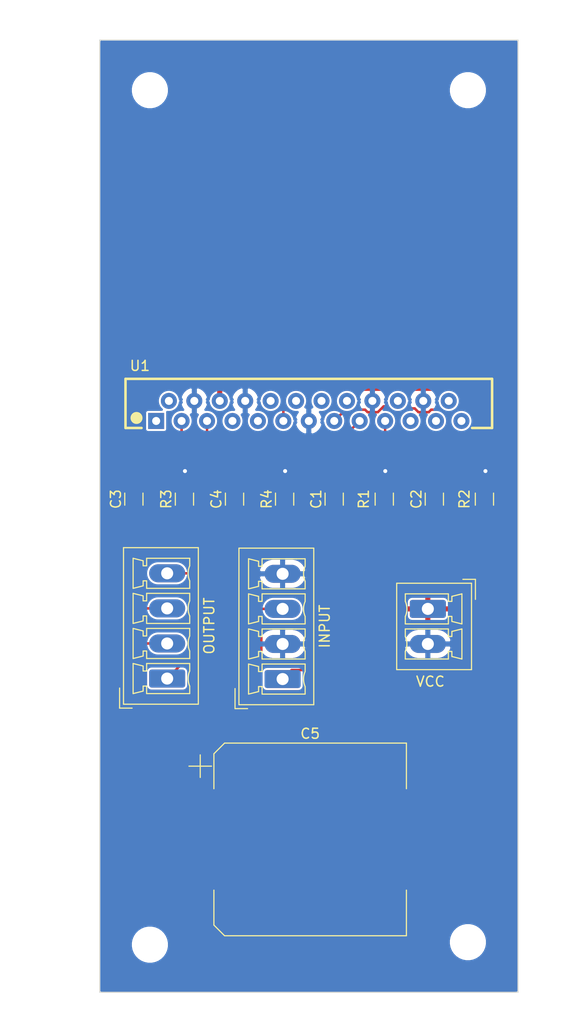
<source format=kicad_pcb>
(kicad_pcb (version 20171130) (host pcbnew "(5.1.5)-3")

  (general
    (thickness 1.6)
    (drawings 22)
    (tracks 116)
    (zones 0)
    (modules 17)
    (nets 25)
  )

  (page A4)
  (layers
    (0 F.Cu signal)
    (31 B.Cu signal)
    (32 B.Adhes user)
    (33 F.Adhes user)
    (34 B.Paste user)
    (35 F.Paste user)
    (36 B.SilkS user)
    (37 F.SilkS user)
    (38 B.Mask user)
    (39 F.Mask user)
    (40 Dwgs.User user)
    (41 Cmts.User user)
    (42 Eco1.User user)
    (43 Eco2.User user)
    (44 Edge.Cuts user)
    (45 Margin user)
    (46 B.CrtYd user)
    (47 F.CrtYd user)
    (48 B.Fab user)
    (49 F.Fab user)
  )

  (setup
    (last_trace_width 0.25)
    (user_trace_width 0.5)
    (trace_clearance 0.2)
    (zone_clearance 0)
    (zone_45_only no)
    (trace_min 0.2)
    (via_size 0.8)
    (via_drill 0.4)
    (via_min_size 0.4)
    (via_min_drill 0.3)
    (uvia_size 0.3)
    (uvia_drill 0.1)
    (uvias_allowed no)
    (uvia_min_size 0.2)
    (uvia_min_drill 0.1)
    (edge_width 0.1)
    (segment_width 0.2)
    (pcb_text_width 0.3)
    (pcb_text_size 1.5 1.5)
    (mod_edge_width 0.15)
    (mod_text_size 1 1)
    (mod_text_width 0.15)
    (pad_size 1.524 1.524)
    (pad_drill 0.762)
    (pad_to_mask_clearance 0)
    (aux_axis_origin 0 0)
    (visible_elements 7FFFFFFF)
    (pcbplotparams
      (layerselection 0x010fc_ffffffff)
      (usegerberextensions false)
      (usegerberattributes false)
      (usegerberadvancedattributes false)
      (creategerberjobfile false)
      (excludeedgelayer true)
      (linewidth 0.100000)
      (plotframeref false)
      (viasonmask false)
      (mode 1)
      (useauxorigin false)
      (hpglpennumber 1)
      (hpglpenspeed 20)
      (hpglpendiameter 15.000000)
      (psnegative false)
      (psa4output false)
      (plotreference true)
      (plotvalue true)
      (plotinvisibletext false)
      (padsonsilk false)
      (subtractmaskfromsilk false)
      (outputformat 1)
      (mirror false)
      (drillshape 1)
      (scaleselection 1)
      (outputdirectory ""))
  )

  (net 0 "")
  (net 1 "Net-(U1-Pad1)")
  (net 2 "Net-(U1-Pad2)")
  (net 3 "Net-(U1-Pad7)")
  (net 4 "Net-(U1-Pad10)")
  (net 5 "Net-(U1-Pad12)")
  (net 6 "Net-(U1-Pad14)")
  (net 7 "Net-(U1-Pad16)")
  (net 8 "Net-(U1-Pad21)")
  (net 9 "Net-(U1-Pad23)")
  (net 10 "Net-(U1-Pad24)")
  (net 11 "Net-(U1-Pad25)")
  (net 12 "Net-(C1-Pad2)")
  (net 13 "Net-(C1-Pad1)")
  (net 14 "Net-(C2-Pad2)")
  (net 15 Earth)
  (net 16 "Net-(C2-Pad1)")
  (net 17 "Net-(C3-Pad2)")
  (net 18 "Net-(C3-Pad1)")
  (net 19 "Net-(C4-Pad1)")
  (net 20 "Net-(J1-Pad3)")
  (net 21 "Net-(J1-Pad1)")
  (net 22 "Net-(C4-Pad2)")
  (net 23 "Net-(C5-Pad1)")
  (net 24 "Net-(U1-Pad9)")

  (net_class Default "This is the default net class."
    (clearance 0.2)
    (trace_width 0.25)
    (via_dia 0.8)
    (via_drill 0.4)
    (uvia_dia 0.3)
    (uvia_drill 0.1)
    (add_net Earth)
    (add_net "Net-(C1-Pad1)")
    (add_net "Net-(C1-Pad2)")
    (add_net "Net-(C2-Pad1)")
    (add_net "Net-(C2-Pad2)")
    (add_net "Net-(C3-Pad1)")
    (add_net "Net-(C3-Pad2)")
    (add_net "Net-(C4-Pad1)")
    (add_net "Net-(C4-Pad2)")
    (add_net "Net-(C5-Pad1)")
    (add_net "Net-(J1-Pad1)")
    (add_net "Net-(J1-Pad3)")
    (add_net "Net-(U1-Pad1)")
    (add_net "Net-(U1-Pad10)")
    (add_net "Net-(U1-Pad12)")
    (add_net "Net-(U1-Pad14)")
    (add_net "Net-(U1-Pad16)")
    (add_net "Net-(U1-Pad2)")
    (add_net "Net-(U1-Pad21)")
    (add_net "Net-(U1-Pad23)")
    (add_net "Net-(U1-Pad24)")
    (add_net "Net-(U1-Pad25)")
    (add_net "Net-(U1-Pad7)")
    (add_net "Net-(U1-Pad9)")
  )

  (module Connector_Phoenix_MC:PhoenixContact_MCV_1,5_4-G-3.5_1x04_P3.50mm_Vertical (layer F.Cu) (tedit 5B784ED0) (tstamp 6289D6B0)
    (at 106.725 93.7 90)
    (descr "Generic Phoenix Contact connector footprint for: MCV_1,5/4-G-3.5; number of pins: 04; pin pitch: 3.50mm; Vertical || order number: 1843622 8A 160V")
    (tags "phoenix_contact connector MCV_01x04_G_3.5mm")
    (path /628BD8D0)
    (fp_text reference J2 (at 5.25 -5.45 90) (layer F.SilkS) hide
      (effects (font (size 1 1) (thickness 0.15)))
    )
    (fp_text value OUTPUT (at 5.25 4.2 90) (layer F.SilkS)
      (effects (font (size 1 1) (thickness 0.15)))
    )
    (fp_arc (start 0 3.95) (end -0.75 2.25) (angle 47.6) (layer F.SilkS) (width 0.12))
    (fp_arc (start 3.5 3.95) (end 2.75 2.25) (angle 47.6) (layer F.SilkS) (width 0.12))
    (fp_arc (start 7 3.95) (end 6.25 2.25) (angle 47.6) (layer F.SilkS) (width 0.12))
    (fp_arc (start 10.5 3.95) (end 9.75 2.25) (angle 47.6) (layer F.SilkS) (width 0.12))
    (fp_line (start -2.56 -4.36) (end -2.56 3.11) (layer F.SilkS) (width 0.12))
    (fp_line (start -2.56 3.11) (end 13.06 3.11) (layer F.SilkS) (width 0.12))
    (fp_line (start 13.06 3.11) (end 13.06 -4.36) (layer F.SilkS) (width 0.12))
    (fp_line (start 13.06 -4.36) (end -2.56 -4.36) (layer F.SilkS) (width 0.12))
    (fp_line (start -2.45 -4.25) (end -2.45 3) (layer F.Fab) (width 0.1))
    (fp_line (start -2.45 3) (end 12.95 3) (layer F.Fab) (width 0.1))
    (fp_line (start 12.95 3) (end 12.95 -4.25) (layer F.Fab) (width 0.1))
    (fp_line (start 12.95 -4.25) (end -2.45 -4.25) (layer F.Fab) (width 0.1))
    (fp_line (start -0.75 2.25) (end -1.5 2.25) (layer F.SilkS) (width 0.12))
    (fp_line (start -1.5 2.25) (end -1.5 -2.05) (layer F.SilkS) (width 0.12))
    (fp_line (start -1.5 -2.05) (end -0.75 -2.05) (layer F.SilkS) (width 0.12))
    (fp_line (start -0.75 -2.05) (end -0.75 -2.4) (layer F.SilkS) (width 0.12))
    (fp_line (start -0.75 -2.4) (end -1.25 -2.4) (layer F.SilkS) (width 0.12))
    (fp_line (start -1.25 -2.4) (end -1.5 -3.4) (layer F.SilkS) (width 0.12))
    (fp_line (start -1.5 -3.4) (end 1.5 -3.4) (layer F.SilkS) (width 0.12))
    (fp_line (start 1.5 -3.4) (end 1.25 -2.4) (layer F.SilkS) (width 0.12))
    (fp_line (start 1.25 -2.4) (end 0.75 -2.4) (layer F.SilkS) (width 0.12))
    (fp_line (start 0.75 -2.4) (end 0.75 -2.05) (layer F.SilkS) (width 0.12))
    (fp_line (start 0.75 -2.05) (end 1.5 -2.05) (layer F.SilkS) (width 0.12))
    (fp_line (start 1.5 -2.05) (end 1.5 2.25) (layer F.SilkS) (width 0.12))
    (fp_line (start 1.5 2.25) (end 0.75 2.25) (layer F.SilkS) (width 0.12))
    (fp_line (start 2.75 2.25) (end 2 2.25) (layer F.SilkS) (width 0.12))
    (fp_line (start 2 2.25) (end 2 -2.05) (layer F.SilkS) (width 0.12))
    (fp_line (start 2 -2.05) (end 2.75 -2.05) (layer F.SilkS) (width 0.12))
    (fp_line (start 2.75 -2.05) (end 2.75 -2.4) (layer F.SilkS) (width 0.12))
    (fp_line (start 2.75 -2.4) (end 2.25 -2.4) (layer F.SilkS) (width 0.12))
    (fp_line (start 2.25 -2.4) (end 2 -3.4) (layer F.SilkS) (width 0.12))
    (fp_line (start 2 -3.4) (end 5 -3.4) (layer F.SilkS) (width 0.12))
    (fp_line (start 5 -3.4) (end 4.75 -2.4) (layer F.SilkS) (width 0.12))
    (fp_line (start 4.75 -2.4) (end 4.25 -2.4) (layer F.SilkS) (width 0.12))
    (fp_line (start 4.25 -2.4) (end 4.25 -2.05) (layer F.SilkS) (width 0.12))
    (fp_line (start 4.25 -2.05) (end 5 -2.05) (layer F.SilkS) (width 0.12))
    (fp_line (start 5 -2.05) (end 5 2.25) (layer F.SilkS) (width 0.12))
    (fp_line (start 5 2.25) (end 4.25 2.25) (layer F.SilkS) (width 0.12))
    (fp_line (start 6.25 2.25) (end 5.5 2.25) (layer F.SilkS) (width 0.12))
    (fp_line (start 5.5 2.25) (end 5.5 -2.05) (layer F.SilkS) (width 0.12))
    (fp_line (start 5.5 -2.05) (end 6.25 -2.05) (layer F.SilkS) (width 0.12))
    (fp_line (start 6.25 -2.05) (end 6.25 -2.4) (layer F.SilkS) (width 0.12))
    (fp_line (start 6.25 -2.4) (end 5.75 -2.4) (layer F.SilkS) (width 0.12))
    (fp_line (start 5.75 -2.4) (end 5.5 -3.4) (layer F.SilkS) (width 0.12))
    (fp_line (start 5.5 -3.4) (end 8.5 -3.4) (layer F.SilkS) (width 0.12))
    (fp_line (start 8.5 -3.4) (end 8.25 -2.4) (layer F.SilkS) (width 0.12))
    (fp_line (start 8.25 -2.4) (end 7.75 -2.4) (layer F.SilkS) (width 0.12))
    (fp_line (start 7.75 -2.4) (end 7.75 -2.05) (layer F.SilkS) (width 0.12))
    (fp_line (start 7.75 -2.05) (end 8.5 -2.05) (layer F.SilkS) (width 0.12))
    (fp_line (start 8.5 -2.05) (end 8.5 2.25) (layer F.SilkS) (width 0.12))
    (fp_line (start 8.5 2.25) (end 7.75 2.25) (layer F.SilkS) (width 0.12))
    (fp_line (start 9.75 2.25) (end 9 2.25) (layer F.SilkS) (width 0.12))
    (fp_line (start 9 2.25) (end 9 -2.05) (layer F.SilkS) (width 0.12))
    (fp_line (start 9 -2.05) (end 9.75 -2.05) (layer F.SilkS) (width 0.12))
    (fp_line (start 9.75 -2.05) (end 9.75 -2.4) (layer F.SilkS) (width 0.12))
    (fp_line (start 9.75 -2.4) (end 9.25 -2.4) (layer F.SilkS) (width 0.12))
    (fp_line (start 9.25 -2.4) (end 9 -3.4) (layer F.SilkS) (width 0.12))
    (fp_line (start 9 -3.4) (end 12 -3.4) (layer F.SilkS) (width 0.12))
    (fp_line (start 12 -3.4) (end 11.75 -2.4) (layer F.SilkS) (width 0.12))
    (fp_line (start 11.75 -2.4) (end 11.25 -2.4) (layer F.SilkS) (width 0.12))
    (fp_line (start 11.25 -2.4) (end 11.25 -2.05) (layer F.SilkS) (width 0.12))
    (fp_line (start 11.25 -2.05) (end 12 -2.05) (layer F.SilkS) (width 0.12))
    (fp_line (start 12 -2.05) (end 12 2.25) (layer F.SilkS) (width 0.12))
    (fp_line (start 12 2.25) (end 11.25 2.25) (layer F.SilkS) (width 0.12))
    (fp_line (start -2.95 -4.75) (end -2.95 3.5) (layer F.CrtYd) (width 0.05))
    (fp_line (start -2.95 3.5) (end 13.45 3.5) (layer F.CrtYd) (width 0.05))
    (fp_line (start 13.45 3.5) (end 13.45 -4.75) (layer F.CrtYd) (width 0.05))
    (fp_line (start 13.45 -4.75) (end -2.95 -4.75) (layer F.CrtYd) (width 0.05))
    (fp_line (start -2.95 -3.5) (end -2.95 -4.75) (layer F.SilkS) (width 0.12))
    (fp_line (start -2.95 -4.75) (end -0.95 -4.75) (layer F.SilkS) (width 0.12))
    (fp_line (start -2.95 -3.5) (end -2.95 -4.75) (layer F.Fab) (width 0.1))
    (fp_line (start -2.95 -4.75) (end -0.95 -4.75) (layer F.Fab) (width 0.1))
    (fp_text user %R (at 5.25 -3.55 90) (layer F.Fab)
      (effects (font (size 1 1) (thickness 0.15)))
    )
    (pad 1 thru_hole roundrect (at 0 0 90) (size 1.8 3.6) (drill 1.2) (layers *.Cu *.Mask) (roundrect_rratio 0.138889)
      (net 13 "Net-(C1-Pad1)"))
    (pad 2 thru_hole oval (at 3.5 0 90) (size 1.8 3.6) (drill 1.2) (layers *.Cu *.Mask)
      (net 14 "Net-(C2-Pad2)"))
    (pad 3 thru_hole oval (at 7 0 90) (size 1.8 3.6) (drill 1.2) (layers *.Cu *.Mask)
      (net 18 "Net-(C3-Pad1)"))
    (pad 4 thru_hole oval (at 10.5 0 90) (size 1.8 3.6) (drill 1.2) (layers *.Cu *.Mask)
      (net 22 "Net-(C4-Pad2)"))
    (model ${KISYS3DMOD}/Connector_Phoenix_MC.3dshapes/PhoenixContact_MCV_1,5_4-G-3.5_1x04_P3.50mm_Vertical.wrl
      (at (xyz 0 0 0))
      (scale (xyz 1 1 1))
      (rotate (xyz 0 0 0))
    )
  )

  (module MountingHole:MountingHole_3.2mm_M3 locked (layer F.Cu) (tedit 56D1B4CB) (tstamp 6289CC07)
    (at 136.75 120)
    (descr "Mounting Hole 3.2mm, no annular, M3")
    (tags "mounting hole 3.2mm no annular m3")
    (attr virtual)
    (fp_text reference REF** (at 0 -4.2) (layer F.SilkS) hide
      (effects (font (size 1 1) (thickness 0.15)))
    )
    (fp_text value MountingHole_3.2mm_M3 (at 0 4.2) (layer F.Fab)
      (effects (font (size 1 1) (thickness 0.15)))
    )
    (fp_circle (center 0 0) (end 3.45 0) (layer F.CrtYd) (width 0.05))
    (fp_circle (center 0 0) (end 3.2 0) (layer Cmts.User) (width 0.15))
    (fp_text user %R (at 0.3 0) (layer F.Fab)
      (effects (font (size 1 1) (thickness 0.15)))
    )
    (pad 1 np_thru_hole circle (at 0 0) (size 3.2 3.2) (drill 3.2) (layers *.Cu *.Mask))
  )

  (module MountingHole:MountingHole_3.2mm_M3 (layer F.Cu) (tedit 56D1B4CB) (tstamp 6289CB26)
    (at 105 120.25)
    (descr "Mounting Hole 3.2mm, no annular, M3")
    (tags "mounting hole 3.2mm no annular m3")
    (attr virtual)
    (fp_text reference REF** (at 0 -4.2) (layer F.SilkS) hide
      (effects (font (size 1 1) (thickness 0.15)))
    )
    (fp_text value MountingHole_3.2mm_M3 (at 0 4.2) (layer F.Fab)
      (effects (font (size 1 1) (thickness 0.15)))
    )
    (fp_circle (center 0 0) (end 3.45 0) (layer F.CrtYd) (width 0.05))
    (fp_circle (center 0 0) (end 3.2 0) (layer Cmts.User) (width 0.15))
    (fp_text user %R (at 0.3 0) (layer F.Fab)
      (effects (font (size 1 1) (thickness 0.15)))
    )
    (pad 1 np_thru_hole circle (at 0 0) (size 3.2 3.2) (drill 3.2) (layers *.Cu *.Mask))
  )

  (module MountingHole:MountingHole_3.2mm_M3 locked (layer F.Cu) (tedit 56D1B4CB) (tstamp 6289CA47)
    (at 136.75 35)
    (descr "Mounting Hole 3.2mm, no annular, M3")
    (tags "mounting hole 3.2mm no annular m3")
    (attr virtual)
    (fp_text reference REF** (at 0 -4.2) (layer F.SilkS) hide
      (effects (font (size 1 1) (thickness 0.15)))
    )
    (fp_text value MountingHole_3.2mm_M3 (at 0 4.2) (layer F.Fab)
      (effects (font (size 1 1) (thickness 0.15)))
    )
    (fp_circle (center 0 0) (end 3.45 0) (layer F.CrtYd) (width 0.05))
    (fp_circle (center 0 0) (end 3.2 0) (layer Cmts.User) (width 0.15))
    (fp_text user %R (at 0.3 0) (layer F.Fab)
      (effects (font (size 1 1) (thickness 0.15)))
    )
    (pad 1 np_thru_hole circle (at 0 0) (size 3.2 3.2) (drill 3.2) (layers *.Cu *.Mask))
  )

  (module MountingHole:MountingHole_3.2mm_M3 locked (layer F.Cu) (tedit 56D1B4CB) (tstamp 6289C96A)
    (at 105 35)
    (descr "Mounting Hole 3.2mm, no annular, M3")
    (tags "mounting hole 3.2mm no annular m3")
    (attr virtual)
    (fp_text reference REF** (at 0 -4.2) (layer F.SilkS) hide
      (effects (font (size 1 1) (thickness 0.15)))
    )
    (fp_text value MountingHole_3.2mm_M3 (at 0 4.2) (layer F.Fab)
      (effects (font (size 1 1) (thickness 0.15)))
    )
    (fp_circle (center 0 0) (end 3.45 0) (layer F.CrtYd) (width 0.05))
    (fp_circle (center 0 0) (end 3.2 0) (layer Cmts.User) (width 0.15))
    (fp_text user %R (at 0.3 0) (layer F.Fab)
      (effects (font (size 1 1) (thickness 0.15)))
    )
    (pad 1 np_thru_hole circle (at 0 0) (size 3.2 3.2) (drill 3.2) (layers *.Cu *.Mask))
  )

  (module Connector_Phoenix_MC:PhoenixContact_MCV_1,5_2-G-3.5_1x02_P3.50mm_Vertical (layer F.Cu) (tedit 5B784ED0) (tstamp 628A4148)
    (at 132.75 86.75 270)
    (descr "Generic Phoenix Contact connector footprint for: MCV_1,5/2-G-3.5; number of pins: 02; pin pitch: 3.50mm; Vertical || order number: 1843606 8A 160V")
    (tags "phoenix_contact connector MCV_01x02_G_3.5mm")
    (path /628EB36F)
    (fp_text reference VCC1 (at 1.75 -5.45 90) (layer F.SilkS) hide
      (effects (font (size 1 1) (thickness 0.15)))
    )
    (fp_text value VCC (at 7.25 -0.25 180) (layer F.SilkS)
      (effects (font (size 1 1) (thickness 0.15)))
    )
    (fp_text user %R (at 1.75 -3.55 90) (layer F.Fab)
      (effects (font (size 1 1) (thickness 0.15)))
    )
    (fp_line (start -2.95 -4.75) (end -0.95 -4.75) (layer F.Fab) (width 0.1))
    (fp_line (start -2.95 -3.5) (end -2.95 -4.75) (layer F.Fab) (width 0.1))
    (fp_line (start -2.95 -4.75) (end -0.95 -4.75) (layer F.SilkS) (width 0.12))
    (fp_line (start -2.95 -3.5) (end -2.95 -4.75) (layer F.SilkS) (width 0.12))
    (fp_line (start 6.45 -4.75) (end -2.95 -4.75) (layer F.CrtYd) (width 0.05))
    (fp_line (start 6.45 3.5) (end 6.45 -4.75) (layer F.CrtYd) (width 0.05))
    (fp_line (start -2.95 3.5) (end 6.45 3.5) (layer F.CrtYd) (width 0.05))
    (fp_line (start -2.95 -4.75) (end -2.95 3.5) (layer F.CrtYd) (width 0.05))
    (fp_line (start 5 2.25) (end 4.25 2.25) (layer F.SilkS) (width 0.12))
    (fp_line (start 5 -2.05) (end 5 2.25) (layer F.SilkS) (width 0.12))
    (fp_line (start 4.25 -2.05) (end 5 -2.05) (layer F.SilkS) (width 0.12))
    (fp_line (start 4.25 -2.4) (end 4.25 -2.05) (layer F.SilkS) (width 0.12))
    (fp_line (start 4.75 -2.4) (end 4.25 -2.4) (layer F.SilkS) (width 0.12))
    (fp_line (start 5 -3.4) (end 4.75 -2.4) (layer F.SilkS) (width 0.12))
    (fp_line (start 2 -3.4) (end 5 -3.4) (layer F.SilkS) (width 0.12))
    (fp_line (start 2.25 -2.4) (end 2 -3.4) (layer F.SilkS) (width 0.12))
    (fp_line (start 2.75 -2.4) (end 2.25 -2.4) (layer F.SilkS) (width 0.12))
    (fp_line (start 2.75 -2.05) (end 2.75 -2.4) (layer F.SilkS) (width 0.12))
    (fp_line (start 2 -2.05) (end 2.75 -2.05) (layer F.SilkS) (width 0.12))
    (fp_line (start 2 2.25) (end 2 -2.05) (layer F.SilkS) (width 0.12))
    (fp_line (start 2.75 2.25) (end 2 2.25) (layer F.SilkS) (width 0.12))
    (fp_line (start 1.5 2.25) (end 0.75 2.25) (layer F.SilkS) (width 0.12))
    (fp_line (start 1.5 -2.05) (end 1.5 2.25) (layer F.SilkS) (width 0.12))
    (fp_line (start 0.75 -2.05) (end 1.5 -2.05) (layer F.SilkS) (width 0.12))
    (fp_line (start 0.75 -2.4) (end 0.75 -2.05) (layer F.SilkS) (width 0.12))
    (fp_line (start 1.25 -2.4) (end 0.75 -2.4) (layer F.SilkS) (width 0.12))
    (fp_line (start 1.5 -3.4) (end 1.25 -2.4) (layer F.SilkS) (width 0.12))
    (fp_line (start -1.5 -3.4) (end 1.5 -3.4) (layer F.SilkS) (width 0.12))
    (fp_line (start -1.25 -2.4) (end -1.5 -3.4) (layer F.SilkS) (width 0.12))
    (fp_line (start -0.75 -2.4) (end -1.25 -2.4) (layer F.SilkS) (width 0.12))
    (fp_line (start -0.75 -2.05) (end -0.75 -2.4) (layer F.SilkS) (width 0.12))
    (fp_line (start -1.5 -2.05) (end -0.75 -2.05) (layer F.SilkS) (width 0.12))
    (fp_line (start -1.5 2.25) (end -1.5 -2.05) (layer F.SilkS) (width 0.12))
    (fp_line (start -0.75 2.25) (end -1.5 2.25) (layer F.SilkS) (width 0.12))
    (fp_line (start 5.95 -4.25) (end -2.45 -4.25) (layer F.Fab) (width 0.1))
    (fp_line (start 5.95 3) (end 5.95 -4.25) (layer F.Fab) (width 0.1))
    (fp_line (start -2.45 3) (end 5.95 3) (layer F.Fab) (width 0.1))
    (fp_line (start -2.45 -4.25) (end -2.45 3) (layer F.Fab) (width 0.1))
    (fp_line (start 6.06 -4.36) (end -2.56 -4.36) (layer F.SilkS) (width 0.12))
    (fp_line (start 6.06 3.11) (end 6.06 -4.36) (layer F.SilkS) (width 0.12))
    (fp_line (start -2.56 3.11) (end 6.06 3.11) (layer F.SilkS) (width 0.12))
    (fp_line (start -2.56 -4.36) (end -2.56 3.11) (layer F.SilkS) (width 0.12))
    (fp_arc (start 3.5 3.95) (end 2.75 2.25) (angle 47.6) (layer F.SilkS) (width 0.12))
    (fp_arc (start 0 3.95) (end -0.75 2.25) (angle 47.6) (layer F.SilkS) (width 0.12))
    (pad 2 thru_hole oval (at 3.5 0 270) (size 1.8 3.6) (drill 1.2) (layers *.Cu *.Mask)
      (net 15 Earth))
    (pad 1 thru_hole roundrect (at 0 0 270) (size 1.8 3.6) (drill 1.2) (layers *.Cu *.Mask) (roundrect_rratio 0.138889)
      (net 23 "Net-(C5-Pad1)"))
    (model ${KISYS3DMOD}/Connector_Phoenix_MC.3dshapes/PhoenixContact_MCV_1,5_2-G-3.5_1x02_P3.50mm_Vertical.wrl
      (at (xyz 0 0 0))
      (scale (xyz 1 1 1))
      (rotate (xyz 0 0 0))
    )
  )

  (module Capacitor_SMD:CP_Elec_18x17.5 (layer F.Cu) (tedit 5BCA39D1) (tstamp 6289A538)
    (at 121 109.75)
    (descr "SMD capacitor, aluminum electrolytic, Vishay 1816, 18.0x17.5mm, http://www.vishay.com/docs/28395/150crz.pdf")
    (tags "capacitor electrolytic")
    (path /6285EFD0)
    (attr smd)
    (fp_text reference C5 (at 0 -10.55) (layer F.SilkS)
      (effects (font (size 1 1) (thickness 0.15)))
    )
    (fp_text value 2200uF (at 0 10.55) (layer F.Fab)
      (effects (font (size 1 1) (thickness 0.15)))
    )
    (fp_text user %R (at 0 0) (layer F.Fab)
      (effects (font (size 1 1) (thickness 0.15)))
    )
    (fp_line (start -11.4 5.05) (end -9.75 5.05) (layer F.CrtYd) (width 0.05))
    (fp_line (start -11.4 -5.05) (end -11.4 5.05) (layer F.CrtYd) (width 0.05))
    (fp_line (start -9.75 -5.05) (end -11.4 -5.05) (layer F.CrtYd) (width 0.05))
    (fp_line (start -9.75 5.05) (end -9.75 8.6) (layer F.CrtYd) (width 0.05))
    (fp_line (start -9.75 -8.6) (end -9.75 -5.05) (layer F.CrtYd) (width 0.05))
    (fp_line (start -9.75 -8.6) (end -8.6 -9.75) (layer F.CrtYd) (width 0.05))
    (fp_line (start -9.75 8.6) (end -8.6 9.75) (layer F.CrtYd) (width 0.05))
    (fp_line (start -8.6 -9.75) (end 9.75 -9.75) (layer F.CrtYd) (width 0.05))
    (fp_line (start -8.6 9.75) (end 9.75 9.75) (layer F.CrtYd) (width 0.05))
    (fp_line (start 9.75 5.05) (end 9.75 9.75) (layer F.CrtYd) (width 0.05))
    (fp_line (start 11.4 5.05) (end 9.75 5.05) (layer F.CrtYd) (width 0.05))
    (fp_line (start 11.4 -5.05) (end 11.4 5.05) (layer F.CrtYd) (width 0.05))
    (fp_line (start 9.75 -5.05) (end 11.4 -5.05) (layer F.CrtYd) (width 0.05))
    (fp_line (start 9.75 -9.75) (end 9.75 -5.05) (layer F.CrtYd) (width 0.05))
    (fp_line (start -10.975 -8.435) (end -10.975 -6.185) (layer F.SilkS) (width 0.12))
    (fp_line (start -12.1 -7.31) (end -9.85 -7.31) (layer F.SilkS) (width 0.12))
    (fp_line (start -9.61 8.545563) (end -8.545563 9.61) (layer F.SilkS) (width 0.12))
    (fp_line (start -9.61 -8.545563) (end -8.545563 -9.61) (layer F.SilkS) (width 0.12))
    (fp_line (start -9.61 -8.545563) (end -9.61 -5.06) (layer F.SilkS) (width 0.12))
    (fp_line (start -9.61 8.545563) (end -9.61 5.06) (layer F.SilkS) (width 0.12))
    (fp_line (start -8.545563 9.61) (end 9.61 9.61) (layer F.SilkS) (width 0.12))
    (fp_line (start -8.545563 -9.61) (end 9.61 -9.61) (layer F.SilkS) (width 0.12))
    (fp_line (start 9.61 -9.61) (end 9.61 -5.06) (layer F.SilkS) (width 0.12))
    (fp_line (start 9.61 9.61) (end 9.61 5.06) (layer F.SilkS) (width 0.12))
    (fp_line (start -7.599342 -3.4) (end -7.599342 -1.6) (layer F.Fab) (width 0.1))
    (fp_line (start -8.499342 -2.5) (end -6.699342 -2.5) (layer F.Fab) (width 0.1))
    (fp_line (start -9.5 8.5) (end -8.5 9.5) (layer F.Fab) (width 0.1))
    (fp_line (start -9.5 -8.5) (end -8.5 -9.5) (layer F.Fab) (width 0.1))
    (fp_line (start -9.5 -8.5) (end -9.5 8.5) (layer F.Fab) (width 0.1))
    (fp_line (start -8.5 9.5) (end 9.5 9.5) (layer F.Fab) (width 0.1))
    (fp_line (start -8.5 -9.5) (end 9.5 -9.5) (layer F.Fab) (width 0.1))
    (fp_line (start 9.5 -9.5) (end 9.5 9.5) (layer F.Fab) (width 0.1))
    (fp_circle (center 0 0) (end 9 0) (layer F.Fab) (width 0.1))
    (pad 2 smd roundrect (at 6.75 0) (size 8.8 9.6) (layers F.Cu F.Paste F.Mask) (roundrect_rratio 0.028409)
      (net 15 Earth))
    (pad 1 smd roundrect (at -6.75 0) (size 8.8 9.6) (layers F.Cu F.Paste F.Mask) (roundrect_rratio 0.028409)
      (net 23 "Net-(C5-Pad1)"))
    (model ${KISYS3DMOD}/Capacitor_SMD.3dshapes/CP_Elec_18x17.5.wrl
      (at (xyz 0 0 0))
      (scale (xyz 1 1 1))
      (rotate (xyz 0 0 0))
    )
  )

  (module Connector_Phoenix_MC:PhoenixContact_MCV_1,5_4-G-3.5_1x04_P3.50mm_Vertical (layer F.Cu) (tedit 5B784ED0) (tstamp 628A3A62)
    (at 118.25 93.75 90)
    (descr "Generic Phoenix Contact connector footprint for: MCV_1,5/4-G-3.5; number of pins: 04; pin pitch: 3.50mm; Vertical || order number: 1843622 8A 160V")
    (tags "phoenix_contact connector MCV_01x04_G_3.5mm")
    (path /628BC243)
    (fp_text reference J1 (at 5.25 -5.45 90) (layer F.SilkS) hide
      (effects (font (size 1 1) (thickness 0.15)))
    )
    (fp_text value INPUT (at 5.25 4.2 90) (layer F.SilkS)
      (effects (font (size 1 1) (thickness 0.15)))
    )
    (fp_text user %R (at 5.25 -3.55 90) (layer F.Fab)
      (effects (font (size 1 1) (thickness 0.15)))
    )
    (fp_line (start -2.95 -4.75) (end -0.95 -4.75) (layer F.Fab) (width 0.1))
    (fp_line (start -2.95 -3.5) (end -2.95 -4.75) (layer F.Fab) (width 0.1))
    (fp_line (start -2.95 -4.75) (end -0.95 -4.75) (layer F.SilkS) (width 0.12))
    (fp_line (start -2.95 -3.5) (end -2.95 -4.75) (layer F.SilkS) (width 0.12))
    (fp_line (start 13.45 -4.75) (end -2.95 -4.75) (layer F.CrtYd) (width 0.05))
    (fp_line (start 13.45 3.5) (end 13.45 -4.75) (layer F.CrtYd) (width 0.05))
    (fp_line (start -2.95 3.5) (end 13.45 3.5) (layer F.CrtYd) (width 0.05))
    (fp_line (start -2.95 -4.75) (end -2.95 3.5) (layer F.CrtYd) (width 0.05))
    (fp_line (start 12 2.25) (end 11.25 2.25) (layer F.SilkS) (width 0.12))
    (fp_line (start 12 -2.05) (end 12 2.25) (layer F.SilkS) (width 0.12))
    (fp_line (start 11.25 -2.05) (end 12 -2.05) (layer F.SilkS) (width 0.12))
    (fp_line (start 11.25 -2.4) (end 11.25 -2.05) (layer F.SilkS) (width 0.12))
    (fp_line (start 11.75 -2.4) (end 11.25 -2.4) (layer F.SilkS) (width 0.12))
    (fp_line (start 12 -3.4) (end 11.75 -2.4) (layer F.SilkS) (width 0.12))
    (fp_line (start 9 -3.4) (end 12 -3.4) (layer F.SilkS) (width 0.12))
    (fp_line (start 9.25 -2.4) (end 9 -3.4) (layer F.SilkS) (width 0.12))
    (fp_line (start 9.75 -2.4) (end 9.25 -2.4) (layer F.SilkS) (width 0.12))
    (fp_line (start 9.75 -2.05) (end 9.75 -2.4) (layer F.SilkS) (width 0.12))
    (fp_line (start 9 -2.05) (end 9.75 -2.05) (layer F.SilkS) (width 0.12))
    (fp_line (start 9 2.25) (end 9 -2.05) (layer F.SilkS) (width 0.12))
    (fp_line (start 9.75 2.25) (end 9 2.25) (layer F.SilkS) (width 0.12))
    (fp_line (start 8.5 2.25) (end 7.75 2.25) (layer F.SilkS) (width 0.12))
    (fp_line (start 8.5 -2.05) (end 8.5 2.25) (layer F.SilkS) (width 0.12))
    (fp_line (start 7.75 -2.05) (end 8.5 -2.05) (layer F.SilkS) (width 0.12))
    (fp_line (start 7.75 -2.4) (end 7.75 -2.05) (layer F.SilkS) (width 0.12))
    (fp_line (start 8.25 -2.4) (end 7.75 -2.4) (layer F.SilkS) (width 0.12))
    (fp_line (start 8.5 -3.4) (end 8.25 -2.4) (layer F.SilkS) (width 0.12))
    (fp_line (start 5.5 -3.4) (end 8.5 -3.4) (layer F.SilkS) (width 0.12))
    (fp_line (start 5.75 -2.4) (end 5.5 -3.4) (layer F.SilkS) (width 0.12))
    (fp_line (start 6.25 -2.4) (end 5.75 -2.4) (layer F.SilkS) (width 0.12))
    (fp_line (start 6.25 -2.05) (end 6.25 -2.4) (layer F.SilkS) (width 0.12))
    (fp_line (start 5.5 -2.05) (end 6.25 -2.05) (layer F.SilkS) (width 0.12))
    (fp_line (start 5.5 2.25) (end 5.5 -2.05) (layer F.SilkS) (width 0.12))
    (fp_line (start 6.25 2.25) (end 5.5 2.25) (layer F.SilkS) (width 0.12))
    (fp_line (start 5 2.25) (end 4.25 2.25) (layer F.SilkS) (width 0.12))
    (fp_line (start 5 -2.05) (end 5 2.25) (layer F.SilkS) (width 0.12))
    (fp_line (start 4.25 -2.05) (end 5 -2.05) (layer F.SilkS) (width 0.12))
    (fp_line (start 4.25 -2.4) (end 4.25 -2.05) (layer F.SilkS) (width 0.12))
    (fp_line (start 4.75 -2.4) (end 4.25 -2.4) (layer F.SilkS) (width 0.12))
    (fp_line (start 5 -3.4) (end 4.75 -2.4) (layer F.SilkS) (width 0.12))
    (fp_line (start 2 -3.4) (end 5 -3.4) (layer F.SilkS) (width 0.12))
    (fp_line (start 2.25 -2.4) (end 2 -3.4) (layer F.SilkS) (width 0.12))
    (fp_line (start 2.75 -2.4) (end 2.25 -2.4) (layer F.SilkS) (width 0.12))
    (fp_line (start 2.75 -2.05) (end 2.75 -2.4) (layer F.SilkS) (width 0.12))
    (fp_line (start 2 -2.05) (end 2.75 -2.05) (layer F.SilkS) (width 0.12))
    (fp_line (start 2 2.25) (end 2 -2.05) (layer F.SilkS) (width 0.12))
    (fp_line (start 2.75 2.25) (end 2 2.25) (layer F.SilkS) (width 0.12))
    (fp_line (start 1.5 2.25) (end 0.75 2.25) (layer F.SilkS) (width 0.12))
    (fp_line (start 1.5 -2.05) (end 1.5 2.25) (layer F.SilkS) (width 0.12))
    (fp_line (start 0.75 -2.05) (end 1.5 -2.05) (layer F.SilkS) (width 0.12))
    (fp_line (start 0.75 -2.4) (end 0.75 -2.05) (layer F.SilkS) (width 0.12))
    (fp_line (start 1.25 -2.4) (end 0.75 -2.4) (layer F.SilkS) (width 0.12))
    (fp_line (start 1.5 -3.4) (end 1.25 -2.4) (layer F.SilkS) (width 0.12))
    (fp_line (start -1.5 -3.4) (end 1.5 -3.4) (layer F.SilkS) (width 0.12))
    (fp_line (start -1.25 -2.4) (end -1.5 -3.4) (layer F.SilkS) (width 0.12))
    (fp_line (start -0.75 -2.4) (end -1.25 -2.4) (layer F.SilkS) (width 0.12))
    (fp_line (start -0.75 -2.05) (end -0.75 -2.4) (layer F.SilkS) (width 0.12))
    (fp_line (start -1.5 -2.05) (end -0.75 -2.05) (layer F.SilkS) (width 0.12))
    (fp_line (start -1.5 2.25) (end -1.5 -2.05) (layer F.SilkS) (width 0.12))
    (fp_line (start -0.75 2.25) (end -1.5 2.25) (layer F.SilkS) (width 0.12))
    (fp_line (start 12.95 -4.25) (end -2.45 -4.25) (layer F.Fab) (width 0.1))
    (fp_line (start 12.95 3) (end 12.95 -4.25) (layer F.Fab) (width 0.1))
    (fp_line (start -2.45 3) (end 12.95 3) (layer F.Fab) (width 0.1))
    (fp_line (start -2.45 -4.25) (end -2.45 3) (layer F.Fab) (width 0.1))
    (fp_line (start 13.06 -4.36) (end -2.56 -4.36) (layer F.SilkS) (width 0.12))
    (fp_line (start 13.06 3.11) (end 13.06 -4.36) (layer F.SilkS) (width 0.12))
    (fp_line (start -2.56 3.11) (end 13.06 3.11) (layer F.SilkS) (width 0.12))
    (fp_line (start -2.56 -4.36) (end -2.56 3.11) (layer F.SilkS) (width 0.12))
    (fp_arc (start 10.5 3.95) (end 9.75 2.25) (angle 47.6) (layer F.SilkS) (width 0.12))
    (fp_arc (start 7 3.95) (end 6.25 2.25) (angle 47.6) (layer F.SilkS) (width 0.12))
    (fp_arc (start 3.5 3.95) (end 2.75 2.25) (angle 47.6) (layer F.SilkS) (width 0.12))
    (fp_arc (start 0 3.95) (end -0.75 2.25) (angle 47.6) (layer F.SilkS) (width 0.12))
    (pad 4 thru_hole oval (at 10.5 0 90) (size 1.8 3.6) (drill 1.2) (layers *.Cu *.Mask)
      (net 15 Earth))
    (pad 3 thru_hole oval (at 7 0 90) (size 1.8 3.6) (drill 1.2) (layers *.Cu *.Mask)
      (net 20 "Net-(J1-Pad3)"))
    (pad 2 thru_hole oval (at 3.5 0 90) (size 1.8 3.6) (drill 1.2) (layers *.Cu *.Mask)
      (net 15 Earth))
    (pad 1 thru_hole roundrect (at 0 0 90) (size 1.8 3.6) (drill 1.2) (layers *.Cu *.Mask) (roundrect_rratio 0.138889)
      (net 21 "Net-(J1-Pad1)"))
    (model ${KISYS3DMOD}/Connector_Phoenix_MC.3dshapes/PhoenixContact_MCV_1,5_4-G-3.5_1x04_P3.50mm_Vertical.wrl
      (at (xyz 0 0 0))
      (scale (xyz 1 1 1))
      (rotate (xyz 0 0 0))
    )
  )

  (module Resistor_SMD:R_1206_3216Metric locked (layer F.Cu) (tedit 5B301BBD) (tstamp 628991B1)
    (at 118.45 75.8 270)
    (descr "Resistor SMD 1206 (3216 Metric), square (rectangular) end terminal, IPC_7351 nominal, (Body size source: http://www.tortai-tech.com/upload/download/2011102023233369053.pdf), generated with kicad-footprint-generator")
    (tags resistor)
    (path /628982E4)
    (attr smd)
    (fp_text reference R4 (at 0 1.8 90) (layer F.SilkS)
      (effects (font (size 1 1) (thickness 0.15)))
    )
    (fp_text value 2.2 (at 0 1.82 90) (layer F.Fab)
      (effects (font (size 1 1) (thickness 0.15)))
    )
    (fp_text user %R (at 0 0 90) (layer F.Fab)
      (effects (font (size 0.8 0.8) (thickness 0.12)))
    )
    (fp_line (start 2.28 1.12) (end -2.28 1.12) (layer F.CrtYd) (width 0.05))
    (fp_line (start 2.28 -1.12) (end 2.28 1.12) (layer F.CrtYd) (width 0.05))
    (fp_line (start -2.28 -1.12) (end 2.28 -1.12) (layer F.CrtYd) (width 0.05))
    (fp_line (start -2.28 1.12) (end -2.28 -1.12) (layer F.CrtYd) (width 0.05))
    (fp_line (start -0.602064 0.91) (end 0.602064 0.91) (layer F.SilkS) (width 0.12))
    (fp_line (start -0.602064 -0.91) (end 0.602064 -0.91) (layer F.SilkS) (width 0.12))
    (fp_line (start 1.6 0.8) (end -1.6 0.8) (layer F.Fab) (width 0.1))
    (fp_line (start 1.6 -0.8) (end 1.6 0.8) (layer F.Fab) (width 0.1))
    (fp_line (start -1.6 -0.8) (end 1.6 -0.8) (layer F.Fab) (width 0.1))
    (fp_line (start -1.6 0.8) (end -1.6 -0.8) (layer F.Fab) (width 0.1))
    (pad 2 smd roundrect (at 1.4 0 270) (size 1.25 1.75) (layers F.Cu F.Paste F.Mask) (roundrect_rratio 0.2)
      (net 19 "Net-(C4-Pad1)"))
    (pad 1 smd roundrect (at -1.4 0 270) (size 1.25 1.75) (layers F.Cu F.Paste F.Mask) (roundrect_rratio 0.2)
      (net 15 Earth))
    (model ${KISYS3DMOD}/Resistor_SMD.3dshapes/R_1206_3216Metric.wrl
      (at (xyz 0 0 0))
      (scale (xyz 1 1 1))
      (rotate (xyz 0 0 0))
    )
  )

  (module Resistor_SMD:R_1206_3216Metric locked (layer F.Cu) (tedit 5B301BBD) (tstamp 628990F1)
    (at 108.45 75.8 90)
    (descr "Resistor SMD 1206 (3216 Metric), square (rectangular) end terminal, IPC_7351 nominal, (Body size source: http://www.tortai-tech.com/upload/download/2011102023233369053.pdf), generated with kicad-footprint-generator")
    (tags resistor)
    (path /628982D5)
    (attr smd)
    (fp_text reference R3 (at 0 -1.82 90) (layer F.SilkS)
      (effects (font (size 1 1) (thickness 0.15)))
    )
    (fp_text value 2.2 (at 0 1.82 90) (layer F.Fab)
      (effects (font (size 1 1) (thickness 0.15)))
    )
    (fp_text user %R (at 0 0 90) (layer F.Fab)
      (effects (font (size 0.8 0.8) (thickness 0.12)))
    )
    (fp_line (start 2.28 1.12) (end -2.28 1.12) (layer F.CrtYd) (width 0.05))
    (fp_line (start 2.28 -1.12) (end 2.28 1.12) (layer F.CrtYd) (width 0.05))
    (fp_line (start -2.28 -1.12) (end 2.28 -1.12) (layer F.CrtYd) (width 0.05))
    (fp_line (start -2.28 1.12) (end -2.28 -1.12) (layer F.CrtYd) (width 0.05))
    (fp_line (start -0.602064 0.91) (end 0.602064 0.91) (layer F.SilkS) (width 0.12))
    (fp_line (start -0.602064 -0.91) (end 0.602064 -0.91) (layer F.SilkS) (width 0.12))
    (fp_line (start 1.6 0.8) (end -1.6 0.8) (layer F.Fab) (width 0.1))
    (fp_line (start 1.6 -0.8) (end 1.6 0.8) (layer F.Fab) (width 0.1))
    (fp_line (start -1.6 -0.8) (end 1.6 -0.8) (layer F.Fab) (width 0.1))
    (fp_line (start -1.6 0.8) (end -1.6 -0.8) (layer F.Fab) (width 0.1))
    (pad 2 smd roundrect (at 1.4 0 90) (size 1.25 1.75) (layers F.Cu F.Paste F.Mask) (roundrect_rratio 0.2)
      (net 15 Earth))
    (pad 1 smd roundrect (at -1.4 0 90) (size 1.25 1.75) (layers F.Cu F.Paste F.Mask) (roundrect_rratio 0.2)
      (net 17 "Net-(C3-Pad2)"))
    (model ${KISYS3DMOD}/Resistor_SMD.3dshapes/R_1206_3216Metric.wrl
      (at (xyz 0 0 0))
      (scale (xyz 1 1 1))
      (rotate (xyz 0 0 0))
    )
  )

  (module Capacitor_SMD:C_1206_3216Metric locked (layer F.Cu) (tedit 5B301BBE) (tstamp 62899181)
    (at 113.45 75.8 90)
    (descr "Capacitor SMD 1206 (3216 Metric), square (rectangular) end terminal, IPC_7351 nominal, (Body size source: http://www.tortai-tech.com/upload/download/2011102023233369053.pdf), generated with kicad-footprint-generator")
    (tags capacitor)
    (path /628982DE)
    (attr smd)
    (fp_text reference C4 (at 0 -1.82 90) (layer F.SilkS)
      (effects (font (size 1 1) (thickness 0.15)))
    )
    (fp_text value 0.1uF (at 0 1.82 90) (layer F.Fab)
      (effects (font (size 1 1) (thickness 0.15)))
    )
    (fp_text user %R (at 0 0 90) (layer F.Fab)
      (effects (font (size 0.8 0.8) (thickness 0.12)))
    )
    (fp_line (start 2.28 1.12) (end -2.28 1.12) (layer F.CrtYd) (width 0.05))
    (fp_line (start 2.28 -1.12) (end 2.28 1.12) (layer F.CrtYd) (width 0.05))
    (fp_line (start -2.28 -1.12) (end 2.28 -1.12) (layer F.CrtYd) (width 0.05))
    (fp_line (start -2.28 1.12) (end -2.28 -1.12) (layer F.CrtYd) (width 0.05))
    (fp_line (start -0.602064 0.91) (end 0.602064 0.91) (layer F.SilkS) (width 0.12))
    (fp_line (start -0.602064 -0.91) (end 0.602064 -0.91) (layer F.SilkS) (width 0.12))
    (fp_line (start 1.6 0.8) (end -1.6 0.8) (layer F.Fab) (width 0.1))
    (fp_line (start 1.6 -0.8) (end 1.6 0.8) (layer F.Fab) (width 0.1))
    (fp_line (start -1.6 -0.8) (end 1.6 -0.8) (layer F.Fab) (width 0.1))
    (fp_line (start -1.6 0.8) (end -1.6 -0.8) (layer F.Fab) (width 0.1))
    (pad 2 smd roundrect (at 1.4 0 90) (size 1.25 1.75) (layers F.Cu F.Paste F.Mask) (roundrect_rratio 0.2)
      (net 22 "Net-(C4-Pad2)"))
    (pad 1 smd roundrect (at -1.4 0 90) (size 1.25 1.75) (layers F.Cu F.Paste F.Mask) (roundrect_rratio 0.2)
      (net 19 "Net-(C4-Pad1)"))
    (model ${KISYS3DMOD}/Capacitor_SMD.3dshapes/C_1206_3216Metric.wrl
      (at (xyz 0 0 0))
      (scale (xyz 1 1 1))
      (rotate (xyz 0 0 0))
    )
  )

  (module Capacitor_SMD:C_1206_3216Metric locked (layer F.Cu) (tedit 5B301BBE) (tstamp 628991F2)
    (at 103.4 75.8 270)
    (descr "Capacitor SMD 1206 (3216 Metric), square (rectangular) end terminal, IPC_7351 nominal, (Body size source: http://www.tortai-tech.com/upload/download/2011102023233369053.pdf), generated with kicad-footprint-generator")
    (tags capacitor)
    (path /628982CF)
    (attr smd)
    (fp_text reference C3 (at 0 1.8 90) (layer F.SilkS)
      (effects (font (size 1 1) (thickness 0.15)))
    )
    (fp_text value 0.1uF (at 0 1.82 90) (layer F.Fab)
      (effects (font (size 1 1) (thickness 0.15)))
    )
    (fp_text user %R (at 0 0 90) (layer F.Fab)
      (effects (font (size 0.8 0.8) (thickness 0.12)))
    )
    (fp_line (start 2.28 1.12) (end -2.28 1.12) (layer F.CrtYd) (width 0.05))
    (fp_line (start 2.28 -1.12) (end 2.28 1.12) (layer F.CrtYd) (width 0.05))
    (fp_line (start -2.28 -1.12) (end 2.28 -1.12) (layer F.CrtYd) (width 0.05))
    (fp_line (start -2.28 1.12) (end -2.28 -1.12) (layer F.CrtYd) (width 0.05))
    (fp_line (start -0.602064 0.91) (end 0.602064 0.91) (layer F.SilkS) (width 0.12))
    (fp_line (start -0.602064 -0.91) (end 0.602064 -0.91) (layer F.SilkS) (width 0.12))
    (fp_line (start 1.6 0.8) (end -1.6 0.8) (layer F.Fab) (width 0.1))
    (fp_line (start 1.6 -0.8) (end 1.6 0.8) (layer F.Fab) (width 0.1))
    (fp_line (start -1.6 -0.8) (end 1.6 -0.8) (layer F.Fab) (width 0.1))
    (fp_line (start -1.6 0.8) (end -1.6 -0.8) (layer F.Fab) (width 0.1))
    (pad 2 smd roundrect (at 1.4 0 270) (size 1.25 1.75) (layers F.Cu F.Paste F.Mask) (roundrect_rratio 0.2)
      (net 17 "Net-(C3-Pad2)"))
    (pad 1 smd roundrect (at -1.4 0 270) (size 1.25 1.75) (layers F.Cu F.Paste F.Mask) (roundrect_rratio 0.2)
      (net 18 "Net-(C3-Pad1)"))
    (model ${KISYS3DMOD}/Capacitor_SMD.3dshapes/C_1206_3216Metric.wrl
      (at (xyz 0 0 0))
      (scale (xyz 1 1 1))
      (rotate (xyz 0 0 0))
    )
  )

  (module Package_DIP:HZIP25-P-1.27 locked (layer F.Cu) (tedit 6287149B) (tstamp 6289ED77)
    (at 105.625 68)
    (path /6283B8F4)
    (fp_text reference U1 (at -1.625 -5.5) (layer F.SilkS)
      (effects (font (size 1 1) (thickness 0.15)))
    )
    (fp_text value TA8251AH (at 4.125 -5.5) (layer F.Fab)
      (effects (font (size 1 1) (thickness 0.15)))
    )
    (fp_circle (center -1.96 -0.3) (end -1.66 -0.3) (layer F.SilkS) (width 0.6))
    (fp_line (start -3.06 -4.2) (end 33.54 -4.2) (layer F.SilkS) (width 0.254))
    (fp_line (start 31.54 0.7) (end 33.54 0.7) (layer F.SilkS) (width 0.254))
    (fp_line (start 33.54 0.7) (end 33.54 -4.2) (layer F.SilkS) (width 0.254))
    (fp_line (start -3.06 0.7) (end -1.46 0.7) (layer F.SilkS) (width 0.254))
    (fp_line (start -3.06 0.7) (end -3.06 -4.2) (layer F.SilkS) (width 0.254))
    (fp_line (start -3.11 -4.25) (end 33.59 -4.25) (layer F.CrtYd) (width 0.05))
    (fp_line (start 33.59 -4.25) (end 33.59 0.85) (layer F.CrtYd) (width 0.05))
    (fp_line (start 33.59 0.85) (end -3.11 0.85) (layer F.CrtYd) (width 0.05))
    (fp_line (start -3.11 0.85) (end -3.11 -4.25) (layer F.CrtYd) (width 0.05))
    (pad 1 thru_hole rect (at 0 0) (size 1.6 1.6) (drill 0.8) (layers *.Cu *.Mask)
      (net 1 "Net-(U1-Pad1)"))
    (pad 2 thru_hole oval (at 1.27 -2) (size 1.6 1.6) (drill 0.8) (layers *.Cu *.Mask)
      (net 2 "Net-(U1-Pad2)"))
    (pad 3 thru_hole oval (at 2.54 0) (size 1.6 1.6) (drill 0.8) (layers *.Cu *.Mask)
      (net 18 "Net-(C3-Pad1)"))
    (pad 4 thru_hole oval (at 3.81 -2) (size 1.6 1.6) (drill 0.8) (layers *.Cu *.Mask)
      (net 15 Earth))
    (pad 5 thru_hole oval (at 5.08 0) (size 1.6 1.6) (drill 0.8) (layers *.Cu *.Mask)
      (net 22 "Net-(C4-Pad2)"))
    (pad 6 thru_hole oval (at 6.35 -2) (size 1.6 1.6) (drill 0.8) (layers *.Cu *.Mask)
      (net 23 "Net-(C5-Pad1)"))
    (pad 7 thru_hole oval (at 7.62 0) (size 1.6 1.6) (drill 0.8) (layers *.Cu *.Mask)
      (net 3 "Net-(U1-Pad7)"))
    (pad 8 thru_hole oval (at 8.89 -2) (size 1.6 1.6) (drill 0.8) (layers *.Cu *.Mask)
      (net 15 Earth))
    (pad 9 thru_hole oval (at 10.16 0) (size 1.6 1.6) (drill 0.8) (layers *.Cu *.Mask)
      (net 24 "Net-(U1-Pad9)"))
    (pad 10 thru_hole oval (at 11.43 -2) (size 1.6 1.6) (drill 0.8) (layers *.Cu *.Mask)
      (net 4 "Net-(U1-Pad10)"))
    (pad 11 thru_hole oval (at 12.7 0) (size 1.6 1.6) (drill 0.8) (layers *.Cu *.Mask)
      (net 20 "Net-(J1-Pad3)"))
    (pad 12 thru_hole oval (at 13.97 -2) (size 1.6 1.6) (drill 0.8) (layers *.Cu *.Mask)
      (net 5 "Net-(U1-Pad12)"))
    (pad 13 thru_hole oval (at 15.24 0) (size 1.6 1.6) (drill 0.8) (layers *.Cu *.Mask)
      (net 15 Earth))
    (pad 14 thru_hole oval (at 16.51 -2) (size 1.6 1.6) (drill 0.8) (layers *.Cu *.Mask)
      (net 6 "Net-(U1-Pad14)"))
    (pad 15 thru_hole oval (at 17.78 0) (size 1.6 1.6) (drill 0.8) (layers *.Cu *.Mask)
      (net 21 "Net-(J1-Pad1)"))
    (pad 16 thru_hole oval (at 19.05 -2) (size 1.6 1.6) (drill 0.8) (layers *.Cu *.Mask)
      (net 7 "Net-(U1-Pad16)"))
    (pad 17 thru_hole oval (at 20.32 0) (size 1.6 1.6) (drill 0.8) (layers *.Cu *.Mask)
      (net 13 "Net-(C1-Pad1)"))
    (pad 18 thru_hole oval (at 21.59 -2) (size 1.6 1.6) (drill 0.8) (layers *.Cu *.Mask)
      (net 15 Earth))
    (pad 19 thru_hole oval (at 22.86 0) (size 1.6 1.6) (drill 0.8) (layers *.Cu *.Mask)
      (net 14 "Net-(C2-Pad2)"))
    (pad 20 thru_hole oval (at 24.13 -2) (size 1.6 1.6) (drill 0.8) (layers *.Cu *.Mask)
      (net 23 "Net-(C5-Pad1)"))
    (pad 21 thru_hole oval (at 25.4 0) (size 1.6 1.6) (drill 0.8) (layers *.Cu *.Mask)
      (net 8 "Net-(U1-Pad21)"))
    (pad 22 thru_hole oval (at 26.67 -2) (size 1.6 1.6) (drill 0.8) (layers *.Cu *.Mask)
      (net 15 Earth))
    (pad 23 thru_hole oval (at 27.94 0) (size 1.6 1.6) (drill 0.8) (layers *.Cu *.Mask)
      (net 9 "Net-(U1-Pad23)"))
    (pad 24 thru_hole oval (at 29.21 -2) (size 1.6 1.6) (drill 0.8) (layers *.Cu *.Mask)
      (net 10 "Net-(U1-Pad24)"))
    (pad 25 thru_hole oval (at 30.48 0) (size 1.6 1.6) (drill 0.8) (layers *.Cu *.Mask)
      (net 11 "Net-(U1-Pad25)"))
    (model "D:/Models/HZIP25 v16 v37.step"
      (offset (xyz 8.125 3 -2))
      (scale (xyz 1 1 1))
      (rotate (xyz 0 0 -90))
    )
  )

  (module Resistor_SMD:R_1206_3216Metric locked (layer F.Cu) (tedit 5B301BBD) (tstamp 62899151)
    (at 138.4 75.8 270)
    (descr "Resistor SMD 1206 (3216 Metric), square (rectangular) end terminal, IPC_7351 nominal, (Body size source: http://www.tortai-tech.com/upload/download/2011102023233369053.pdf), generated with kicad-footprint-generator")
    (tags resistor)
    (path /6284DDA0)
    (attr smd)
    (fp_text reference R2 (at 0 2 90) (layer F.SilkS)
      (effects (font (size 1 1) (thickness 0.15)))
    )
    (fp_text value 2.2 (at 0 1.82 90) (layer F.Fab)
      (effects (font (size 1 1) (thickness 0.15)))
    )
    (fp_text user %R (at 0 0 90) (layer F.Fab)
      (effects (font (size 0.8 0.8) (thickness 0.12)))
    )
    (fp_line (start 2.28 1.12) (end -2.28 1.12) (layer F.CrtYd) (width 0.05))
    (fp_line (start 2.28 -1.12) (end 2.28 1.12) (layer F.CrtYd) (width 0.05))
    (fp_line (start -2.28 -1.12) (end 2.28 -1.12) (layer F.CrtYd) (width 0.05))
    (fp_line (start -2.28 1.12) (end -2.28 -1.12) (layer F.CrtYd) (width 0.05))
    (fp_line (start -0.602064 0.91) (end 0.602064 0.91) (layer F.SilkS) (width 0.12))
    (fp_line (start -0.602064 -0.91) (end 0.602064 -0.91) (layer F.SilkS) (width 0.12))
    (fp_line (start 1.6 0.8) (end -1.6 0.8) (layer F.Fab) (width 0.1))
    (fp_line (start 1.6 -0.8) (end 1.6 0.8) (layer F.Fab) (width 0.1))
    (fp_line (start -1.6 -0.8) (end 1.6 -0.8) (layer F.Fab) (width 0.1))
    (fp_line (start -1.6 0.8) (end -1.6 -0.8) (layer F.Fab) (width 0.1))
    (pad 2 smd roundrect (at 1.4 0 270) (size 1.25 1.75) (layers F.Cu F.Paste F.Mask) (roundrect_rratio 0.2)
      (net 16 "Net-(C2-Pad1)"))
    (pad 1 smd roundrect (at -1.4 0 270) (size 1.25 1.75) (layers F.Cu F.Paste F.Mask) (roundrect_rratio 0.2)
      (net 15 Earth))
    (model ${KISYS3DMOD}/Resistor_SMD.3dshapes/R_1206_3216Metric.wrl
      (at (xyz 0 0 0))
      (scale (xyz 1 1 1))
      (rotate (xyz 0 0 0))
    )
  )

  (module Resistor_SMD:R_1206_3216Metric locked (layer F.Cu) (tedit 5B301BBD) (tstamp 62899121)
    (at 128.4 75.8 90)
    (descr "Resistor SMD 1206 (3216 Metric), square (rectangular) end terminal, IPC_7351 nominal, (Body size source: http://www.tortai-tech.com/upload/download/2011102023233369053.pdf), generated with kicad-footprint-generator")
    (tags resistor)
    (path /628492AC)
    (attr smd)
    (fp_text reference R1 (at 0 -2.05 90) (layer F.SilkS)
      (effects (font (size 1 1) (thickness 0.15)))
    )
    (fp_text value 2.2 (at 0 1.82 90) (layer F.Fab)
      (effects (font (size 1 1) (thickness 0.15)))
    )
    (fp_text user %R (at 0 0 90) (layer F.Fab)
      (effects (font (size 0.8 0.8) (thickness 0.12)))
    )
    (fp_line (start 2.28 1.12) (end -2.28 1.12) (layer F.CrtYd) (width 0.05))
    (fp_line (start 2.28 -1.12) (end 2.28 1.12) (layer F.CrtYd) (width 0.05))
    (fp_line (start -2.28 -1.12) (end 2.28 -1.12) (layer F.CrtYd) (width 0.05))
    (fp_line (start -2.28 1.12) (end -2.28 -1.12) (layer F.CrtYd) (width 0.05))
    (fp_line (start -0.602064 0.91) (end 0.602064 0.91) (layer F.SilkS) (width 0.12))
    (fp_line (start -0.602064 -0.91) (end 0.602064 -0.91) (layer F.SilkS) (width 0.12))
    (fp_line (start 1.6 0.8) (end -1.6 0.8) (layer F.Fab) (width 0.1))
    (fp_line (start 1.6 -0.8) (end 1.6 0.8) (layer F.Fab) (width 0.1))
    (fp_line (start -1.6 -0.8) (end 1.6 -0.8) (layer F.Fab) (width 0.1))
    (fp_line (start -1.6 0.8) (end -1.6 -0.8) (layer F.Fab) (width 0.1))
    (pad 2 smd roundrect (at 1.4 0 90) (size 1.25 1.75) (layers F.Cu F.Paste F.Mask) (roundrect_rratio 0.2)
      (net 15 Earth))
    (pad 1 smd roundrect (at -1.4 0 90) (size 1.25 1.75) (layers F.Cu F.Paste F.Mask) (roundrect_rratio 0.2)
      (net 12 "Net-(C1-Pad2)"))
    (model ${KISYS3DMOD}/Resistor_SMD.3dshapes/R_1206_3216Metric.wrl
      (at (xyz 0 0 0))
      (scale (xyz 1 1 1))
      (rotate (xyz 0 0 0))
    )
  )

  (module Capacitor_SMD:C_1206_3216Metric locked (layer F.Cu) (tedit 5B301BBE) (tstamp 62899061)
    (at 133.4 75.8 90)
    (descr "Capacitor SMD 1206 (3216 Metric), square (rectangular) end terminal, IPC_7351 nominal, (Body size source: http://www.tortai-tech.com/upload/download/2011102023233369053.pdf), generated with kicad-footprint-generator")
    (tags capacitor)
    (path /6284D94F)
    (attr smd)
    (fp_text reference C2 (at 0 -1.8 90) (layer F.SilkS)
      (effects (font (size 1 1) (thickness 0.15)))
    )
    (fp_text value 0.1uF (at 0 1.82 90) (layer F.Fab) hide
      (effects (font (size 1 1) (thickness 0.15)))
    )
    (fp_text user %R (at 0 0) (layer F.Fab)
      (effects (font (size 0.8 0.8) (thickness 0.12)))
    )
    (fp_line (start 2.28 1.12) (end -2.28 1.12) (layer F.CrtYd) (width 0.05))
    (fp_line (start 2.28 -1.12) (end 2.28 1.12) (layer F.CrtYd) (width 0.05))
    (fp_line (start -2.28 -1.12) (end 2.28 -1.12) (layer F.CrtYd) (width 0.05))
    (fp_line (start -2.28 1.12) (end -2.28 -1.12) (layer F.CrtYd) (width 0.05))
    (fp_line (start -0.602064 0.91) (end 0.602064 0.91) (layer F.SilkS) (width 0.12))
    (fp_line (start -0.602064 -0.91) (end 0.602064 -0.91) (layer F.SilkS) (width 0.12))
    (fp_line (start 1.6 0.8) (end -1.6 0.8) (layer F.Fab) (width 0.1))
    (fp_line (start 1.6 -0.8) (end 1.6 0.8) (layer F.Fab) (width 0.1))
    (fp_line (start -1.6 -0.8) (end 1.6 -0.8) (layer F.Fab) (width 0.1))
    (fp_line (start -1.6 0.8) (end -1.6 -0.8) (layer F.Fab) (width 0.1))
    (pad 2 smd roundrect (at 1.4 0 90) (size 1.25 1.75) (layers F.Cu F.Paste F.Mask) (roundrect_rratio 0.2)
      (net 14 "Net-(C2-Pad2)"))
    (pad 1 smd roundrect (at -1.4 0 90) (size 1.25 1.75) (layers F.Cu F.Paste F.Mask) (roundrect_rratio 0.2)
      (net 16 "Net-(C2-Pad1)"))
    (model ${KISYS3DMOD}/Capacitor_SMD.3dshapes/C_1206_3216Metric.wrl
      (at (xyz 0 0 0))
      (scale (xyz 1 1 1))
      (rotate (xyz 0 0 0))
    )
  )

  (module Capacitor_SMD:C_1206_3216Metric locked (layer F.Cu) (tedit 5B301BBE) (tstamp 62899091)
    (at 123.4 75.8 270)
    (descr "Capacitor SMD 1206 (3216 Metric), square (rectangular) end terminal, IPC_7351 nominal, (Body size source: http://www.tortai-tech.com/upload/download/2011102023233369053.pdf), generated with kicad-footprint-generator")
    (tags capacitor)
    (path /6284737A)
    (attr smd)
    (fp_text reference C1 (at 0 1.8 90) (layer F.SilkS)
      (effects (font (size 1 1) (thickness 0.15)))
    )
    (fp_text value 0.1uF (at 0 1.82 90) (layer F.Fab)
      (effects (font (size 1 1) (thickness 0.15)))
    )
    (fp_text user %R (at 0 0 90) (layer F.Fab)
      (effects (font (size 0.8 0.8) (thickness 0.12)))
    )
    (fp_line (start 2.28 1.12) (end -2.28 1.12) (layer F.CrtYd) (width 0.05))
    (fp_line (start 2.28 -1.12) (end 2.28 1.12) (layer F.CrtYd) (width 0.05))
    (fp_line (start -2.28 -1.12) (end 2.28 -1.12) (layer F.CrtYd) (width 0.05))
    (fp_line (start -2.28 1.12) (end -2.28 -1.12) (layer F.CrtYd) (width 0.05))
    (fp_line (start -0.602064 0.91) (end 0.602064 0.91) (layer F.SilkS) (width 0.12))
    (fp_line (start -0.602064 -0.91) (end 0.602064 -0.91) (layer F.SilkS) (width 0.12))
    (fp_line (start 1.6 0.8) (end -1.6 0.8) (layer F.Fab) (width 0.1))
    (fp_line (start 1.6 -0.8) (end 1.6 0.8) (layer F.Fab) (width 0.1))
    (fp_line (start -1.6 -0.8) (end 1.6 -0.8) (layer F.Fab) (width 0.1))
    (fp_line (start -1.6 0.8) (end -1.6 -0.8) (layer F.Fab) (width 0.1))
    (pad 2 smd roundrect (at 1.4 0 270) (size 1.25 1.75) (layers F.Cu F.Paste F.Mask) (roundrect_rratio 0.2)
      (net 12 "Net-(C1-Pad2)"))
    (pad 1 smd roundrect (at -1.4 0 270) (size 1.25 1.75) (layers F.Cu F.Paste F.Mask) (roundrect_rratio 0.2)
      (net 13 "Net-(C1-Pad1)"))
    (model ${KISYS3DMOD}/Capacitor_SMD.3dshapes/C_1206_3216Metric.wrl
      (at (xyz 0 0 0))
      (scale (xyz 1 1 1))
      (rotate (xyz 0 0 0))
    )
  )

  (dimension 5 (width 0.15) (layer Eco1.User)
    (gr_text "5.000 mm" (at 146.3 32.5 90) (layer Eco1.User)
      (effects (font (size 1 1) (thickness 0.15)))
    )
    (feature1 (pts (xy 136.75 30) (xy 145.586421 30)))
    (feature2 (pts (xy 136.75 35) (xy 145.586421 35)))
    (crossbar (pts (xy 145 35) (xy 145 30)))
    (arrow1a (pts (xy 145 30) (xy 145.586421 31.126504)))
    (arrow1b (pts (xy 145 30) (xy 144.413579 31.126504)))
    (arrow2a (pts (xy 145 35) (xy 145.586421 33.873496)))
    (arrow2b (pts (xy 145 35) (xy 144.413579 33.873496)))
  )
  (dimension 5 (width 0.15) (layer Eco1.User)
    (gr_text "5.000 mm" (at 139.25 27.2) (layer Eco1.User)
      (effects (font (size 1 1) (thickness 0.15)))
    )
    (feature1 (pts (xy 141.75 34.5) (xy 141.75 27.913579)))
    (feature2 (pts (xy 136.75 34.5) (xy 136.75 27.913579)))
    (crossbar (pts (xy 136.75 28.5) (xy 141.75 28.5)))
    (arrow1a (pts (xy 141.75 28.5) (xy 140.623496 29.086421)))
    (arrow1b (pts (xy 141.75 28.5) (xy 140.623496 27.913579)))
    (arrow2a (pts (xy 136.75 28.5) (xy 137.876504 29.086421)))
    (arrow2b (pts (xy 136.75 28.5) (xy 137.876504 27.913579)))
  )
  (dimension 5 (width 0.15) (layer Eco1.User)
    (gr_text "5.000 mm" (at 96.2 32.5 90) (layer Eco1.User)
      (effects (font (size 1 1) (thickness 0.15)))
    )
    (feature1 (pts (xy 105 30) (xy 96.913579 30)))
    (feature2 (pts (xy 105 35) (xy 96.913579 35)))
    (crossbar (pts (xy 97.5 35) (xy 97.5 30)))
    (arrow1a (pts (xy 97.5 30) (xy 98.086421 31.126504)))
    (arrow1b (pts (xy 97.5 30) (xy 96.913579 31.126504)))
    (arrow2a (pts (xy 97.5 35) (xy 98.086421 33.873496)))
    (arrow2b (pts (xy 97.5 35) (xy 96.913579 33.873496)))
  )
  (dimension 5 (width 0.15) (layer Eco1.User)
    (gr_text "5.000 mm" (at 102.5 26.7) (layer Eco1.User)
      (effects (font (size 1 1) (thickness 0.15)))
    )
    (feature1 (pts (xy 100 35.25) (xy 100 27.413579)))
    (feature2 (pts (xy 105 35.25) (xy 105 27.413579)))
    (crossbar (pts (xy 105 28) (xy 100 28)))
    (arrow1a (pts (xy 100 28) (xy 101.126504 27.413579)))
    (arrow1b (pts (xy 100 28) (xy 101.126504 28.586421)))
    (arrow2a (pts (xy 105 28) (xy 103.873496 27.413579)))
    (arrow2b (pts (xy 105 28) (xy 103.873496 28.586421)))
  )
  (dimension 5 (width 0.15) (layer Eco1.User)
    (gr_text "5.000 mm" (at 145.05 122.5 90) (layer Eco1.User)
      (effects (font (size 1 1) (thickness 0.15)))
    )
    (feature1 (pts (xy 136.75 120) (xy 144.336421 120)))
    (feature2 (pts (xy 136.75 125) (xy 144.336421 125)))
    (crossbar (pts (xy 143.75 125) (xy 143.75 120)))
    (arrow1a (pts (xy 143.75 120) (xy 144.336421 121.126504)))
    (arrow1b (pts (xy 143.75 120) (xy 143.163579 121.126504)))
    (arrow2a (pts (xy 143.75 125) (xy 144.336421 123.873496)))
    (arrow2b (pts (xy 143.75 125) (xy 143.163579 123.873496)))
  )
  (dimension 5 (width 0.15) (layer Eco1.User)
    (gr_text "5.000 mm" (at 139.25 127.55) (layer Eco1.User)
      (effects (font (size 1 1) (thickness 0.15)))
    )
    (feature1 (pts (xy 136.75 120) (xy 136.75 126.836421)))
    (feature2 (pts (xy 141.75 120) (xy 141.75 126.836421)))
    (crossbar (pts (xy 141.75 126.25) (xy 136.75 126.25)))
    (arrow1a (pts (xy 136.75 126.25) (xy 137.876504 125.663579)))
    (arrow1b (pts (xy 136.75 126.25) (xy 137.876504 126.836421)))
    (arrow2a (pts (xy 141.75 126.25) (xy 140.623496 125.663579)))
    (arrow2b (pts (xy 141.75 126.25) (xy 140.623496 126.836421)))
  )
  (gr_line (start 141.75 125) (end 141.5 125) (layer Edge.Cuts) (width 0.1) (tstamp 6289EE01))
  (gr_line (start 141.75 61.875) (end 141.75 125) (layer Edge.Cuts) (width 0.1))
  (gr_line (start 141.75 32.5) (end 141.75 30) (layer Edge.Cuts) (width 0.1) (tstamp 6289EE00))
  (gr_line (start 141.75 45) (end 141.75 32.5) (layer Edge.Cuts) (width 0.1))
  (gr_line (start 141.75 46.625) (end 141.75 45) (layer Edge.Cuts) (width 0.1))
  (gr_line (start 141.75 50.25) (end 141.75 46.625) (layer Edge.Cuts) (width 0.1))
  (gr_line (start 141.75 53.5) (end 141.75 50.25) (layer Edge.Cuts) (width 0.1))
  (gr_line (start 141.75 61.875) (end 141.75 53.5) (layer Edge.Cuts) (width 0.1))
  (dimension 2.5 (width 0.15) (layer Eco1.User)
    (gr_text "2.500 mm" (at 140.5 61.2) (layer Eco1.User)
      (effects (font (size 1 1) (thickness 0.15)))
    )
    (feature1 (pts (xy 141.75 66.25) (xy 141.75 61.913579)))
    (feature2 (pts (xy 139.25 66.25) (xy 139.25 61.913579)))
    (crossbar (pts (xy 139.25 62.5) (xy 141.75 62.5)))
    (arrow1a (pts (xy 141.75 62.5) (xy 140.623496 63.086421)))
    (arrow1b (pts (xy 141.75 62.5) (xy 140.623496 61.913579)))
    (arrow2a (pts (xy 139.25 62.5) (xy 140.376504 63.086421)))
    (arrow2b (pts (xy 139.25 62.5) (xy 140.376504 61.913579)))
  )
  (dimension 2.5 (width 0.15) (layer Eco1.User) (tstamp 6289F069)
    (gr_text "2.500 mm" (at 101.25 59.95) (layer Eco1.User) (tstamp 6289F069)
      (effects (font (size 1 1) (thickness 0.15)))
    )
    (feature1 (pts (xy 102.5 64.625) (xy 102.5 60.663579)))
    (feature2 (pts (xy 100 64.625) (xy 100 60.663579)))
    (crossbar (pts (xy 100 61.25) (xy 102.5 61.25)))
    (arrow1a (pts (xy 102.5 61.25) (xy 101.373496 61.836421)))
    (arrow1b (pts (xy 102.5 61.25) (xy 101.373496 60.663579)))
    (arrow2a (pts (xy 100 61.25) (xy 101.126504 61.836421)))
    (arrow2b (pts (xy 100 61.25) (xy 101.126504 60.663579)))
  )
  (dimension 5 (width 0.15) (layer Eco1.User)
    (gr_text "5.000 mm" (at 102.5 128.8) (layer Eco1.User)
      (effects (font (size 1 1) (thickness 0.15)))
    )
    (feature1 (pts (xy 100 120) (xy 100 128.086421)))
    (feature2 (pts (xy 105 120) (xy 105 128.086421)))
    (crossbar (pts (xy 105 127.5) (xy 100 127.5)))
    (arrow1a (pts (xy 100 127.5) (xy 101.126504 126.913579)))
    (arrow1b (pts (xy 100 127.5) (xy 101.126504 128.086421)))
    (arrow2a (pts (xy 105 127.5) (xy 103.873496 126.913579)))
    (arrow2b (pts (xy 105 127.5) (xy 103.873496 128.086421)))
  )
  (dimension 5 (width 0.15) (layer Eco1.User)
    (gr_text "5.000 mm" (at 93.7 122.5 270) (layer Eco1.User)
      (effects (font (size 1 1) (thickness 0.15)))
    )
    (feature1 (pts (xy 105 125) (xy 94.413579 125)))
    (feature2 (pts (xy 105 120) (xy 94.413579 120)))
    (crossbar (pts (xy 95 120) (xy 95 125)))
    (arrow1a (pts (xy 95 125) (xy 94.413579 123.873496)))
    (arrow1b (pts (xy 95 125) (xy 95.586421 123.873496)))
    (arrow2a (pts (xy 95 120) (xy 94.413579 121.126504)))
    (arrow2b (pts (xy 95 120) (xy 95.586421 121.126504)))
  )
  (gr_line (start 100 30) (end 141.75 30) (layer Edge.Cuts) (width 0.1) (tstamp 6287793E))
  (gr_line (start 100 50) (end 100 30) (layer Edge.Cuts) (width 0.1))
  (gr_line (start 141.5 125) (end 100 125) (layer Edge.Cuts) (width 0.1) (tstamp 628527EE))
  (gr_line (start 100 125) (end 100 50) (layer Edge.Cuts) (width 0.1))

  (segment (start 123.4 77.2) (end 128.4 77.2) (width 0.5) (layer F.Cu) (net 12))
  (segment (start 123.4 74.4) (end 123.4 75.025) (width 0.25) (layer F.Cu) (net 13))
  (segment (start 122.525 74.4) (end 123.4 74.4) (width 0.25) (layer F.Cu) (net 13))
  (segment (start 121.925 75) (end 122.525 74.4) (width 0.25) (layer F.Cu) (net 13))
  (segment (start 109.9 83.7) (end 112.03641 83.7) (width 0.25) (layer F.Cu) (net 13))
  (segment (start 119.65001 77.81318) (end 119.65001 75.34999) (width 0.25) (layer F.Cu) (net 13))
  (segment (start 112.7 83.03641) (end 112.7 78.2) (width 0.25) (layer F.Cu) (net 13))
  (segment (start 112.03641 83.7) (end 112.7 83.03641) (width 0.25) (layer F.Cu) (net 13))
  (segment (start 106.725 93.7) (end 109.9 90.525) (width 0.25) (layer F.Cu) (net 13))
  (segment (start 120 75) (end 121.925 75) (width 0.25) (layer F.Cu) (net 13))
  (segment (start 109.9 90.525) (end 109.9 83.7) (width 0.25) (layer F.Cu) (net 13))
  (segment (start 112.7 78.2) (end 112.74999 78.15001) (width 0.25) (layer F.Cu) (net 13))
  (segment (start 112.74999 78.15001) (end 119.31318 78.15001) (width 0.25) (layer F.Cu) (net 13))
  (segment (start 119.31318 78.15001) (end 119.65001 77.81318) (width 0.25) (layer F.Cu) (net 13))
  (segment (start 119.65001 75.34999) (end 120 75) (width 0.25) (layer F.Cu) (net 13))
  (segment (start 123.4 70.545) (end 125.945 68) (width 0.25) (layer F.Cu) (net 13))
  (segment (start 123.4 74.4) (end 123.4 70.545) (width 0.25) (layer F.Cu) (net 13))
  (segment (start 133.4 75.025) (end 133.4 74.4) (width 0.25) (layer F.Cu) (net 14))
  (segment (start 132.425 76) (end 133.4 75.025) (width 0.25) (layer F.Cu) (net 14))
  (segment (start 120.9 76) (end 121.1 76) (width 0.25) (layer F.Cu) (net 14))
  (segment (start 121.1 76) (end 132.425 76) (width 0.25) (layer F.Cu) (net 14))
  (segment (start 104.675 90.2) (end 106.725 90.2) (width 0.25) (layer F.Cu) (net 14))
  (segment (start 104.59999 90.27501) (end 104.675 90.2) (width 0.25) (layer F.Cu) (net 14))
  (segment (start 104.59999 94.58818) (end 104.59999 90.27501) (width 0.25) (layer F.Cu) (net 14))
  (segment (start 121.1 76) (end 120.10002 76) (width 0.25) (layer F.Cu) (net 14))
  (segment (start 120.100019 77.999581) (end 119.49958 78.60002) (width 0.25) (layer F.Cu) (net 14))
  (segment (start 108.51318 94.92501) (end 104.93682 94.92501) (width 0.25) (layer F.Cu) (net 14))
  (segment (start 113.150009 83.222811) (end 112.22281 84.15001) (width 0.25) (layer F.Cu) (net 14))
  (segment (start 112.22281 84.15001) (end 110.35001 84.15001) (width 0.25) (layer F.Cu) (net 14))
  (segment (start 113.15001 78.60002) (end 113.150009 83.222811) (width 0.25) (layer F.Cu) (net 14))
  (segment (start 110.35001 84.15001) (end 110.35001 93.08818) (width 0.25) (layer F.Cu) (net 14))
  (segment (start 110.35001 93.08818) (end 108.51318 94.92501) (width 0.25) (layer F.Cu) (net 14))
  (segment (start 119.49958 78.60002) (end 113.15001 78.60002) (width 0.25) (layer F.Cu) (net 14))
  (segment (start 120.10002 76) (end 120.100019 77.999581) (width 0.25) (layer F.Cu) (net 14))
  (segment (start 104.93682 94.92501) (end 104.59999 94.58818) (width 0.25) (layer F.Cu) (net 14))
  (segment (start 132.525 74.4) (end 133.4 74.4) (width 0.25) (layer F.Cu) (net 14))
  (segment (start 128.485 70.36) (end 132.525 74.4) (width 0.25) (layer F.Cu) (net 14))
  (segment (start 128.485 68) (end 128.485 70.36) (width 0.25) (layer F.Cu) (net 14))
  (via (at 108.5 73) (size 0.8) (drill 0.4) (layers F.Cu B.Cu) (net 15))
  (segment (start 108.45 73.05) (end 108.5 73) (width 0.5) (layer F.Cu) (net 15))
  (segment (start 108.45 74.4) (end 108.45 73.05) (width 0.5) (layer F.Cu) (net 15))
  (via (at 118.5 73) (size 0.8) (drill 0.4) (layers F.Cu B.Cu) (net 15))
  (segment (start 118.45 73.05) (end 118.5 73) (width 0.5) (layer F.Cu) (net 15))
  (segment (start 118.45 74.4) (end 118.45 73.05) (width 0.5) (layer F.Cu) (net 15))
  (via (at 128.5 73) (size 0.8) (drill 0.4) (layers F.Cu B.Cu) (net 15))
  (segment (start 128.4 73.1) (end 128.5 73) (width 0.5) (layer F.Cu) (net 15))
  (segment (start 128.4 74.4) (end 128.4 73.1) (width 0.5) (layer F.Cu) (net 15))
  (via (at 138.5 73) (size 0.8) (drill 0.4) (layers F.Cu B.Cu) (net 15))
  (segment (start 138.4 73.1) (end 138.5 73) (width 0.5) (layer F.Cu) (net 15))
  (segment (start 138.4 74.4) (end 138.4 73.1) (width 0.5) (layer F.Cu) (net 15))
  (segment (start 130.45 90.25) (end 132.75 90.25) (width 0.5) (layer F.Cu) (net 15))
  (segment (start 127.75 92.95) (end 130.45 90.25) (width 0.5) (layer F.Cu) (net 15))
  (segment (start 127.75 109.75) (end 127.75 92.95) (width 0.5) (layer F.Cu) (net 15))
  (segment (start 133.4 77.2) (end 138.4 77.2) (width 0.5) (layer F.Cu) (net 16))
  (segment (start 103.4 77.2) (end 108.45 77.2) (width 0.5) (layer F.Cu) (net 17))
  (segment (start 102.19999 74.72501) (end 102.525 74.4) (width 0.25) (layer F.Cu) (net 18))
  (segment (start 102.19999 84.99999) (end 102.19999 74.72501) (width 0.25) (layer F.Cu) (net 18))
  (segment (start 103.9 86.7) (end 102.19999 84.99999) (width 0.25) (layer F.Cu) (net 18))
  (segment (start 102.525 74.4) (end 103.4 74.4) (width 0.25) (layer F.Cu) (net 18))
  (segment (start 106.725 86.7) (end 103.9 86.7) (width 0.25) (layer F.Cu) (net 18))
  (segment (start 103.4 73.775) (end 103.75 73.425) (width 0.25) (layer F.Cu) (net 18))
  (segment (start 103.4 74.4) (end 103.4 73.775) (width 0.25) (layer F.Cu) (net 18))
  (segment (start 103.75 73.425) (end 103.75 69.25) (width 0.25) (layer F.Cu) (net 18))
  (segment (start 103.75 69.25) (end 108.25 69.25) (width 0.25) (layer F.Cu) (net 18))
  (segment (start 108.165 69.165) (end 108.165 68) (width 0.25) (layer F.Cu) (net 18))
  (segment (start 108.25 69.25) (end 108.165 69.165) (width 0.25) (layer F.Cu) (net 18))
  (segment (start 114.325 77.2) (end 118.45 77.2) (width 0.5) (layer F.Cu) (net 19))
  (segment (start 113.45 77.2) (end 114.325 77.2) (width 0.5) (layer F.Cu) (net 19))
  (segment (start 120.6614 94.97501) (end 122.75 92.88641) (width 0.25) (layer F.Cu) (net 20))
  (segment (start 118.25 86.75) (end 116.2 86.75) (width 0.25) (layer F.Cu) (net 20))
  (segment (start 116.12499 86.82501) (end 116.12499 94.63818) (width 0.25) (layer F.Cu) (net 20))
  (segment (start 116.12499 94.63818) (end 116.46182 94.97501) (width 0.25) (layer F.Cu) (net 20))
  (segment (start 116.2 86.75) (end 116.12499 86.82501) (width 0.25) (layer F.Cu) (net 20))
  (segment (start 116.46182 94.97501) (end 120.6614 94.97501) (width 0.25) (layer F.Cu) (net 20))
  (segment (start 122.75 92.88641) (end 122.75 80.5) (width 0.25) (layer F.Cu) (net 20))
  (segment (start 122.75 80.5) (end 140.5 80.5) (width 0.25) (layer F.Cu) (net 20))
  (segment (start 140.5 69.999998) (end 135.375001 64.874999) (width 0.25) (layer F.Cu) (net 20))
  (segment (start 140.5 80.5) (end 140.5 69.999998) (width 0.25) (layer F.Cu) (net 20))
  (segment (start 118.325 66.86863) (end 118.325 68) (width 0.25) (layer F.Cu) (net 20))
  (segment (start 118.325 65.604998) (end 118.325 66.86863) (width 0.25) (layer F.Cu) (net 20))
  (segment (start 119.054999 64.874999) (end 118.325 65.604998) (width 0.25) (layer F.Cu) (net 20))
  (segment (start 135.375001 64.874999) (end 119.054999 64.874999) (width 0.25) (layer F.Cu) (net 20))
  (segment (start 119.15 92.85) (end 122.15 92.85) (width 0.25) (layer F.Cu) (net 21))
  (segment (start 118.25 93.75) (end 119.15 92.85) (width 0.25) (layer F.Cu) (net 21))
  (segment (start 122.15 92.85) (end 121.5 92.2) (width 0.25) (layer F.Cu) (net 21))
  (segment (start 121.5 92.2) (end 121.5 80) (width 0.25) (layer F.Cu) (net 21))
  (segment (start 121.5 80) (end 140 80) (width 0.25) (layer F.Cu) (net 21))
  (segment (start 125.079997 67.200001) (end 124.204999 67.200001) (width 0.25) (layer F.Cu) (net 21))
  (segment (start 127.755001 67.125001) (end 126.735003 67.125001) (width 0.25) (layer F.Cu) (net 21))
  (segment (start 126.485001 66.874999) (end 125.404999 66.874999) (width 0.25) (layer F.Cu) (net 21))
  (segment (start 128.340001 66.540001) (end 127.755001 67.125001) (width 0.25) (layer F.Cu) (net 21))
  (segment (start 128.690003 66.540001) (end 128.340001 66.540001) (width 0.25) (layer F.Cu) (net 21))
  (segment (start 129.275003 67.125001) (end 128.690003 66.540001) (width 0.25) (layer F.Cu) (net 21))
  (segment (start 130.670002 66.75) (end 130.295001 67.125001) (width 0.25) (layer F.Cu) (net 21))
  (segment (start 131.440002 66.75) (end 130.670002 66.75) (width 0.25) (layer F.Cu) (net 21))
  (segment (start 124.204999 67.200001) (end 123.405 68) (width 0.25) (layer F.Cu) (net 21))
  (segment (start 131.815003 67.125001) (end 131.440002 66.75) (width 0.25) (layer F.Cu) (net 21))
  (segment (start 125.404999 66.874999) (end 125.079997 67.200001) (width 0.25) (layer F.Cu) (net 21))
  (segment (start 132.835001 67.125001) (end 131.815003 67.125001) (width 0.25) (layer F.Cu) (net 21))
  (segment (start 134.105001 66.874999) (end 133.085003 66.874999) (width 0.25) (layer F.Cu) (net 21))
  (segment (start 134.480002 67.25) (end 134.105001 66.874999) (width 0.25) (layer F.Cu) (net 21))
  (segment (start 126.735003 67.125001) (end 126.485001 66.874999) (width 0.25) (layer F.Cu) (net 21))
  (segment (start 135.250002 67.25) (end 134.480002 67.25) (width 0.25) (layer F.Cu) (net 21))
  (segment (start 130.295001 67.125001) (end 129.275003 67.125001) (width 0.25) (layer F.Cu) (net 21))
  (segment (start 135.625003 66.874999) (end 135.250002 67.25) (width 0.25) (layer F.Cu) (net 21))
  (segment (start 133.085003 66.874999) (end 132.835001 67.125001) (width 0.25) (layer F.Cu) (net 21))
  (segment (start 136.645001 66.874999) (end 135.625003 66.874999) (width 0.25) (layer F.Cu) (net 21))
  (segment (start 140 70.229998) (end 136.645001 66.874999) (width 0.25) (layer F.Cu) (net 21))
  (segment (start 140 80) (end 140 70.229998) (width 0.25) (layer F.Cu) (net 21))
  (segment (start 106.725 83.2) (end 111.9 83.2) (width 0.25) (layer F.Cu) (net 22))
  (segment (start 112.24999 74.72501) (end 112.575 74.4) (width 0.25) (layer F.Cu) (net 22))
  (segment (start 112.24999 82.85001) (end 112.24999 74.72501) (width 0.25) (layer F.Cu) (net 22))
  (segment (start 111.9 83.2) (end 112.24999 82.85001) (width 0.25) (layer F.Cu) (net 22))
  (segment (start 112.575 74.4) (end 113.45 74.4) (width 0.25) (layer F.Cu) (net 22))
  (segment (start 110.705 72.53) (end 112.575 74.4) (width 0.25) (layer F.Cu) (net 22))
  (segment (start 110.705 68) (end 110.705 72.53) (width 0.25) (layer F.Cu) (net 22))

  (zone (net 23) (net_name "Net-(C5-Pad1)") (layer F.Cu) (tstamp 62899426) (hatch edge 0.508)
    (connect_pads (clearance 0.508))
    (min_thickness 0.254)
    (fill yes (arc_segments 32) (thermal_gap 0.508) (thermal_bridge_width 0.508))
    (polygon
      (pts
        (xy 141.75 125) (xy 100 125) (xy 100 29.875) (xy 141.75 30)
      )
    )
    (filled_polygon
      (pts
        (xy 141.065 32.533646) (xy 141.065001 32.533656) (xy 141.065 45.033646) (xy 141.065001 45.033656) (xy 141.065 46.658646)
        (xy 141.065001 46.658656) (xy 141.065 50.283646) (xy 141.065001 50.283656) (xy 141.065 53.533646) (xy 141.065001 53.533656)
        (xy 141.065 61.841353) (xy 141.065 69.490459) (xy 141.063799 69.488995) (xy 141.040001 69.459997) (xy 141.011003 69.436199)
        (xy 135.938805 64.364002) (xy 135.915002 64.334998) (xy 135.799277 64.240025) (xy 135.667248 64.169453) (xy 135.523987 64.125996)
        (xy 135.412334 64.114999) (xy 135.412323 64.114999) (xy 135.375001 64.111323) (xy 135.337679 64.114999) (xy 119.092321 64.114999)
        (xy 119.054998 64.111323) (xy 119.017675 64.114999) (xy 119.017666 64.114999) (xy 118.906013 64.125996) (xy 118.762752 64.169453)
        (xy 118.630723 64.240025) (xy 118.630721 64.240026) (xy 118.630722 64.240026) (xy 118.543995 64.3112) (xy 118.543991 64.311204)
        (xy 118.514998 64.334998) (xy 118.491204 64.363991) (xy 117.969796 64.8854) (xy 117.969759 64.885363) (xy 117.734727 64.72832)
        (xy 117.473574 64.620147) (xy 117.196335 64.565) (xy 116.913665 64.565) (xy 116.636426 64.620147) (xy 116.375273 64.72832)
        (xy 116.140241 64.885363) (xy 115.940363 65.085241) (xy 115.785 65.317759) (xy 115.629637 65.085241) (xy 115.429759 64.885363)
        (xy 115.194727 64.72832) (xy 114.933574 64.620147) (xy 114.656335 64.565) (xy 114.373665 64.565) (xy 114.096426 64.620147)
        (xy 113.835273 64.72832) (xy 113.600241 64.885363) (xy 113.400363 65.085241) (xy 113.24332 65.320273) (xy 113.238643 65.331565)
        (xy 113.206037 65.26258) (xy 113.038519 65.036586) (xy 112.830131 64.847615) (xy 112.588881 64.70293) (xy 112.32404 64.608091)
        (xy 112.102 64.729376) (xy 112.102 65.873) (xy 112.122 65.873) (xy 112.122 66.127) (xy 112.102 66.127)
        (xy 112.102 66.147) (xy 111.848 66.147) (xy 111.848 66.127) (xy 111.828 66.127) (xy 111.828 65.873)
        (xy 111.848 65.873) (xy 111.848 64.729376) (xy 111.62596 64.608091) (xy 111.361119 64.70293) (xy 111.119869 64.847615)
        (xy 110.911481 65.036586) (xy 110.743963 65.26258) (xy 110.711357 65.331565) (xy 110.70668 65.320273) (xy 110.549637 65.085241)
        (xy 110.349759 64.885363) (xy 110.114727 64.72832) (xy 109.853574 64.620147) (xy 109.576335 64.565) (xy 109.293665 64.565)
        (xy 109.016426 64.620147) (xy 108.755273 64.72832) (xy 108.520241 64.885363) (xy 108.320363 65.085241) (xy 108.165 65.317759)
        (xy 108.009637 65.085241) (xy 107.809759 64.885363) (xy 107.574727 64.72832) (xy 107.313574 64.620147) (xy 107.036335 64.565)
        (xy 106.753665 64.565) (xy 106.476426 64.620147) (xy 106.215273 64.72832) (xy 105.980241 64.885363) (xy 105.780363 65.085241)
        (xy 105.62332 65.320273) (xy 105.515147 65.581426) (xy 105.46 65.858665) (xy 105.46 66.141335) (xy 105.515147 66.418574)
        (xy 105.574526 66.561928) (xy 104.825 66.561928) (xy 104.700518 66.574188) (xy 104.58082 66.610498) (xy 104.470506 66.669463)
        (xy 104.373815 66.748815) (xy 104.294463 66.845506) (xy 104.235498 66.95582) (xy 104.199188 67.075518) (xy 104.186928 67.2)
        (xy 104.186928 68.49) (xy 103.787333 68.49) (xy 103.75 68.486323) (xy 103.712667 68.49) (xy 103.601014 68.500997)
        (xy 103.457753 68.544454) (xy 103.325724 68.615026) (xy 103.209999 68.709999) (xy 103.115026 68.825724) (xy 103.044454 68.957753)
        (xy 103.000997 69.101014) (xy 102.986323 69.25) (xy 102.990001 69.287343) (xy 102.99 73.110199) (xy 102.963271 73.136928)
        (xy 102.775 73.136928) (xy 102.601746 73.153992) (xy 102.43515 73.204528) (xy 102.281614 73.286595) (xy 102.147038 73.397038)
        (xy 102.036595 73.531614) (xy 101.954528 73.68515) (xy 101.903992 73.851746) (xy 101.893672 73.956527) (xy 101.688988 74.161211)
        (xy 101.65999 74.185009) (xy 101.636192 74.214007) (xy 101.636191 74.214008) (xy 101.565016 74.300734) (xy 101.494444 74.432764)
        (xy 101.466768 74.524002) (xy 101.45919 74.548987) (xy 101.450988 74.576025) (xy 101.436314 74.72501) (xy 101.439991 74.762342)
        (xy 101.43999 84.962668) (xy 101.436314 84.99999) (xy 101.43999 85.037312) (xy 101.43999 85.037322) (xy 101.450987 85.148975)
        (xy 101.494444 85.292236) (xy 101.565016 85.424266) (xy 101.600513 85.467519) (xy 101.659989 85.539991) (xy 101.688993 85.563794)
        (xy 103.336201 87.211003) (xy 103.359999 87.240001) (xy 103.475724 87.334974) (xy 103.607753 87.405546) (xy 103.751014 87.449003)
        (xy 103.862667 87.46) (xy 103.862676 87.46) (xy 103.899999 87.463676) (xy 103.937322 87.46) (xy 104.49071 87.46)
        (xy 104.542519 87.556927) (xy 104.734339 87.790661) (xy 104.968073 87.982481) (xy 105.234739 88.125017) (xy 105.524087 88.21279)
        (xy 105.749592 88.235) (xy 107.700408 88.235) (xy 107.925913 88.21279) (xy 108.215261 88.125017) (xy 108.481927 87.982481)
        (xy 108.715661 87.790661) (xy 108.907481 87.556927) (xy 109.050017 87.290261) (xy 109.13779 87.000913) (xy 109.140001 86.978469)
        (xy 109.14 89.921527) (xy 109.13779 89.899087) (xy 109.050017 89.609739) (xy 108.907481 89.343073) (xy 108.715661 89.109339)
        (xy 108.481927 88.917519) (xy 108.215261 88.774983) (xy 107.925913 88.68721) (xy 107.700408 88.665) (xy 105.749592 88.665)
        (xy 105.524087 88.68721) (xy 105.234739 88.774983) (xy 104.968073 88.917519) (xy 104.734339 89.109339) (xy 104.542519 89.343073)
        (xy 104.476863 89.465907) (xy 104.382753 89.494454) (xy 104.250724 89.565026) (xy 104.134999 89.659999) (xy 104.111196 89.689003)
        (xy 104.088988 89.711211) (xy 104.05999 89.735009) (xy 104.036192 89.764007) (xy 104.036191 89.764008) (xy 103.965016 89.850734)
        (xy 103.894444 89.982764) (xy 103.850988 90.126025) (xy 103.836314 90.27501) (xy 103.839991 90.312342) (xy 103.83999 94.550857)
        (xy 103.836314 94.58818) (xy 103.83999 94.625502) (xy 103.83999 94.625512) (xy 103.850987 94.737165) (xy 103.877942 94.826024)
        (xy 103.894444 94.880426) (xy 103.965016 95.012456) (xy 103.977742 95.027962) (xy 104.059989 95.128181) (xy 104.088993 95.151984)
        (xy 104.373016 95.436007) (xy 104.396819 95.465011) (xy 104.512544 95.559984) (xy 104.606086 95.609984) (xy 104.644573 95.630556)
        (xy 104.787834 95.674013) (xy 104.93682 95.688687) (xy 104.974153 95.68501) (xy 108.475858 95.68501) (xy 108.51318 95.688686)
        (xy 108.550502 95.68501) (xy 108.550513 95.68501) (xy 108.662166 95.674013) (xy 108.805427 95.630556) (xy 108.937456 95.559984)
        (xy 109.053181 95.465011) (xy 109.076984 95.436007) (xy 110.861013 93.651979) (xy 110.890011 93.628181) (xy 110.949621 93.555546)
        (xy 110.984984 93.512457) (xy 111.055556 93.380427) (xy 111.061448 93.361003) (xy 111.099013 93.237166) (xy 111.11001 93.125513)
        (xy 111.11001 93.125503) (xy 111.113686 93.08818) (xy 111.11001 93.050857) (xy 111.11001 84.91001) (xy 112.185488 84.91001)
        (xy 112.22281 84.913686) (xy 112.260132 84.91001) (xy 112.260143 84.91001) (xy 112.371796 84.899013) (xy 112.515057 84.855556)
        (xy 112.647086 84.784984) (xy 112.762811 84.690011) (xy 112.786613 84.661008) (xy 113.661021 83.786602) (xy 113.690009 83.762812)
        (xy 113.713798 83.733825) (xy 113.713808 83.733815) (xy 113.784982 83.647088) (xy 113.855554 83.515058) (xy 113.899011 83.371798)
        (xy 113.911007 83.25) (xy 115.807573 83.25) (xy 115.83721 83.550913) (xy 115.924983 83.840261) (xy 116.067519 84.106927)
        (xy 116.259339 84.340661) (xy 116.493073 84.532481) (xy 116.759739 84.675017) (xy 117.049087 84.76279) (xy 117.274592 84.785)
        (xy 119.225408 84.785) (xy 119.450913 84.76279) (xy 119.740261 84.675017) (xy 120.006927 84.532481) (xy 120.240661 84.340661)
        (xy 120.432481 84.106927) (xy 120.575017 83.840261) (xy 120.66279 83.550913) (xy 120.692427 83.25) (xy 120.66279 82.949087)
        (xy 120.575017 82.659739) (xy 120.432481 82.393073) (xy 120.240661 82.159339) (xy 120.006927 81.967519) (xy 119.740261 81.824983)
        (xy 119.450913 81.73721) (xy 119.225408 81.715) (xy 117.274592 81.715) (xy 117.049087 81.73721) (xy 116.759739 81.824983)
        (xy 116.493073 81.967519) (xy 116.259339 82.159339) (xy 116.067519 82.393073) (xy 115.924983 82.659739) (xy 115.83721 82.949087)
        (xy 115.807573 83.25) (xy 113.911007 83.25) (xy 113.913685 83.222812) (xy 113.910008 83.18548) (xy 113.91001 79.36002)
        (xy 119.462258 79.36002) (xy 119.49958 79.363696) (xy 119.536902 79.36002) (xy 119.536913 79.36002) (xy 119.648566 79.349023)
        (xy 119.791827 79.305566) (xy 119.923856 79.234994) (xy 120.039581 79.140021) (xy 120.063383 79.111018) (xy 120.611026 78.563376)
        (xy 120.640019 78.539582) (xy 120.663813 78.510589) (xy 120.663818 78.510584) (xy 120.734993 78.423858) (xy 120.805565 78.291828)
        (xy 120.849021 78.148567) (xy 120.863695 77.999581) (xy 120.860018 77.962249) (xy 120.860019 76.76) (xy 121.89333 76.76)
        (xy 121.886928 76.825) (xy 121.886928 77.575) (xy 121.903992 77.748254) (xy 121.954528 77.91485) (xy 122.036595 78.068386)
        (xy 122.147038 78.202962) (xy 122.281614 78.313405) (xy 122.43515 78.395472) (xy 122.601746 78.446008) (xy 122.775 78.463072)
        (xy 124.025 78.463072) (xy 124.198254 78.446008) (xy 124.36485 78.395472) (xy 124.518386 78.313405) (xy 124.652962 78.202962)
        (xy 124.74977 78.085) (xy 127.05023 78.085) (xy 127.147038 78.202962) (xy 127.281614 78.313405) (xy 127.43515 78.395472)
        (xy 127.601746 78.446008) (xy 127.775 78.463072) (xy 129.025 78.463072) (xy 129.198254 78.446008) (xy 129.36485 78.395472)
        (xy 129.518386 78.313405) (xy 129.652962 78.202962) (xy 129.763405 78.068386) (xy 129.845472 77.91485) (xy 129.896008 77.748254)
        (xy 129.913072 77.575) (xy 129.913072 76.825) (xy 129.90667 76.76) (xy 131.89333 76.76) (xy 131.886928 76.825)
        (xy 131.886928 77.575) (xy 131.903992 77.748254) (xy 131.954528 77.91485) (xy 132.036595 78.068386) (xy 132.147038 78.202962)
        (xy 132.281614 78.313405) (xy 132.43515 78.395472) (xy 132.601746 78.446008) (xy 132.775 78.463072) (xy 134.025 78.463072)
        (xy 134.198254 78.446008) (xy 134.36485 78.395472) (xy 134.518386 78.313405) (xy 134.652962 78.202962) (xy 134.74977 78.085)
        (xy 137.05023 78.085) (xy 137.147038 78.202962) (xy 137.281614 78.313405) (xy 137.43515 78.395472) (xy 137.601746 78.446008)
        (xy 137.775 78.463072) (xy 139.025 78.463072) (xy 139.198254 78.446008) (xy 139.24 78.433345) (xy 139.24 79.24)
        (xy 121.537333 79.24) (xy 121.5 79.236323) (xy 121.462667 79.24) (xy 121.351014 79.250997) (xy 121.207753 79.294454)
        (xy 121.075724 79.365026) (xy 120.959999 79.459999) (xy 120.865026 79.575724) (xy 120.794454 79.707753) (xy 120.750997 79.851014)
        (xy 120.736323 80) (xy 120.740001 80.037343) (xy 120.74 92.09) (xy 119.187322 92.09) (xy 119.149999 92.086324)
        (xy 119.112676 92.09) (xy 119.112667 92.09) (xy 119.001014 92.100997) (xy 118.857753 92.144454) (xy 118.73152 92.211928)
        (xy 116.88499 92.211928) (xy 116.88499 91.713012) (xy 117.049087 91.76279) (xy 117.274592 91.785) (xy 119.225408 91.785)
        (xy 119.450913 91.76279) (xy 119.740261 91.675017) (xy 120.006927 91.532481) (xy 120.240661 91.340661) (xy 120.432481 91.106927)
        (xy 120.575017 90.840261) (xy 120.66279 90.550913) (xy 120.692427 90.25) (xy 120.66279 89.949087) (xy 120.575017 89.659739)
        (xy 120.432481 89.393073) (xy 120.240661 89.159339) (xy 120.006927 88.967519) (xy 119.740261 88.824983) (xy 119.450913 88.73721)
        (xy 119.225408 88.715) (xy 117.274592 88.715) (xy 117.049087 88.73721) (xy 116.88499 88.786988) (xy 116.88499 88.213012)
        (xy 117.049087 88.26279) (xy 117.274592 88.285) (xy 119.225408 88.285) (xy 119.450913 88.26279) (xy 119.740261 88.175017)
        (xy 120.006927 88.032481) (xy 120.240661 87.840661) (xy 120.432481 87.606927) (xy 120.575017 87.340261) (xy 120.66279 87.050913)
        (xy 120.692427 86.75) (xy 120.66279 86.449087) (xy 120.575017 86.159739) (xy 120.432481 85.893073) (xy 120.240661 85.659339)
        (xy 120.006927 85.467519) (xy 119.740261 85.324983) (xy 119.450913 85.23721) (xy 119.225408 85.215) (xy 117.274592 85.215)
        (xy 117.049087 85.23721) (xy 116.759739 85.324983) (xy 116.493073 85.467519) (xy 116.259339 85.659339) (xy 116.067519 85.893073)
        (xy 116.001863 86.015907) (xy 115.907753 86.044454) (xy 115.775724 86.115026) (xy 115.659999 86.209999) (xy 115.636196 86.239003)
        (xy 115.613993 86.261206) (xy 115.584989 86.285009) (xy 115.551575 86.325725) (xy 115.490016 86.400734) (xy 115.459538 86.457754)
        (xy 115.419444 86.532764) (xy 115.375987 86.676025) (xy 115.36499 86.787678) (xy 115.36499 86.787688) (xy 115.361314 86.82501)
        (xy 115.36499 86.862332) (xy 115.364991 94.600848) (xy 115.361314 94.63818) (xy 115.375988 94.787165) (xy 115.419444 94.930426)
        (xy 115.490016 95.062456) (xy 115.561191 95.149182) (xy 115.58499 95.178181) (xy 115.613988 95.201979) (xy 115.898016 95.486007)
        (xy 115.921819 95.515011) (xy 116.037544 95.609984) (xy 116.15733 95.674012) (xy 116.169573 95.680556) (xy 116.312834 95.724013)
        (xy 116.46182 95.738687) (xy 116.499153 95.73501) (xy 120.624078 95.73501) (xy 120.6614 95.738686) (xy 120.698722 95.73501)
        (xy 120.698733 95.73501) (xy 120.810386 95.724013) (xy 120.953647 95.680556) (xy 121.085676 95.609984) (xy 121.201401 95.515011)
        (xy 121.225204 95.486008) (xy 123.261009 93.450204) (xy 123.290001 93.426411) (xy 123.313795 93.397418) (xy 123.313799 93.397414)
        (xy 123.384973 93.310687) (xy 123.384974 93.310686) (xy 123.455546 93.178657) (xy 123.499003 93.035396) (xy 123.51 92.923743)
        (xy 123.51 92.923734) (xy 123.513676 92.886411) (xy 123.51 92.849088) (xy 123.51 87.65) (xy 130.311928 87.65)
        (xy 130.324188 87.774482) (xy 130.360498 87.89418) (xy 130.419463 88.004494) (xy 130.498815 88.101185) (xy 130.595506 88.180537)
        (xy 130.70582 88.239502) (xy 130.825518 88.275812) (xy 130.95 88.288072) (xy 132.46425 88.285) (xy 132.623 88.12625)
        (xy 132.623 86.877) (xy 132.877 86.877) (xy 132.877 88.12625) (xy 133.03575 88.285) (xy 134.55 88.288072)
        (xy 134.674482 88.275812) (xy 134.79418 88.239502) (xy 134.904494 88.180537) (xy 135.001185 88.101185) (xy 135.080537 88.004494)
        (xy 135.139502 87.89418) (xy 135.175812 87.774482) (xy 135.188072 87.65) (xy 135.185 87.03575) (xy 135.02625 86.877)
        (xy 132.877 86.877) (xy 132.623 86.877) (xy 130.47375 86.877) (xy 130.315 87.03575) (xy 130.311928 87.65)
        (xy 123.51 87.65) (xy 123.51 85.85) (xy 130.311928 85.85) (xy 130.315 86.46425) (xy 130.47375 86.623)
        (xy 132.623 86.623) (xy 132.623 85.37375) (xy 132.877 85.37375) (xy 132.877 86.623) (xy 135.02625 86.623)
        (xy 135.185 86.46425) (xy 135.188072 85.85) (xy 135.175812 85.725518) (xy 135.139502 85.60582) (xy 135.080537 85.495506)
        (xy 135.001185 85.398815) (xy 134.904494 85.319463) (xy 134.79418 85.260498) (xy 134.674482 85.224188) (xy 134.55 85.211928)
        (xy 133.03575 85.215) (xy 132.877 85.37375) (xy 132.623 85.37375) (xy 132.46425 85.215) (xy 130.95 85.211928)
        (xy 130.825518 85.224188) (xy 130.70582 85.260498) (xy 130.595506 85.319463) (xy 130.498815 85.398815) (xy 130.419463 85.495506)
        (xy 130.360498 85.60582) (xy 130.324188 85.725518) (xy 130.311928 85.85) (xy 123.51 85.85) (xy 123.51 81.26)
        (xy 140.462667 81.26) (xy 140.5 81.263677) (xy 140.537333 81.26) (xy 140.648986 81.249003) (xy 140.792247 81.205546)
        (xy 140.924276 81.134974) (xy 141.040001 81.040001) (xy 141.065 81.009539) (xy 141.065001 124.315) (xy 100.685 124.315)
        (xy 100.685 120.029872) (xy 102.765 120.029872) (xy 102.765 120.470128) (xy 102.85089 120.901925) (xy 103.019369 121.308669)
        (xy 103.263962 121.674729) (xy 103.575271 121.986038) (xy 103.941331 122.230631) (xy 104.348075 122.39911) (xy 104.779872 122.485)
        (xy 105.220128 122.485) (xy 105.651925 122.39911) (xy 106.058669 122.230631) (xy 106.424729 121.986038) (xy 106.736038 121.674729)
        (xy 106.980631 121.308669) (xy 107.14911 120.901925) (xy 107.235 120.470128) (xy 107.235 120.029872) (xy 107.185272 119.779872)
        (xy 134.515 119.779872) (xy 134.515 120.220128) (xy 134.60089 120.651925) (xy 134.769369 121.058669) (xy 135.013962 121.424729)
        (xy 135.325271 121.736038) (xy 135.691331 121.980631) (xy 136.098075 122.14911) (xy 136.529872 122.235) (xy 136.970128 122.235)
        (xy 137.401925 122.14911) (xy 137.808669 121.980631) (xy 138.174729 121.736038) (xy 138.486038 121.424729) (xy 138.730631 121.058669)
        (xy 138.89911 120.651925) (xy 138.985 120.220128) (xy 138.985 119.779872) (xy 138.89911 119.348075) (xy 138.730631 118.941331)
        (xy 138.486038 118.575271) (xy 138.174729 118.263962) (xy 137.808669 118.019369) (xy 137.401925 117.85089) (xy 136.970128 117.765)
        (xy 136.529872 117.765) (xy 136.098075 117.85089) (xy 135.691331 118.019369) (xy 135.325271 118.263962) (xy 135.013962 118.575271)
        (xy 134.769369 118.941331) (xy 134.60089 119.348075) (xy 134.515 119.779872) (xy 107.185272 119.779872) (xy 107.14911 119.598075)
        (xy 106.980631 119.191331) (xy 106.736038 118.825271) (xy 106.424729 118.513962) (xy 106.058669 118.269369) (xy 105.651925 118.10089)
        (xy 105.220128 118.015) (xy 104.779872 118.015) (xy 104.348075 118.10089) (xy 103.941331 118.269369) (xy 103.575271 118.513962)
        (xy 103.263962 118.825271) (xy 103.019369 119.191331) (xy 102.85089 119.598075) (xy 102.765 120.029872) (xy 100.685 120.029872)
        (xy 100.685 114.55) (xy 109.211928 114.55) (xy 109.224188 114.674482) (xy 109.260498 114.79418) (xy 109.319463 114.904494)
        (xy 109.398815 115.001185) (xy 109.495506 115.080537) (xy 109.60582 115.139502) (xy 109.725518 115.175812) (xy 109.85 115.188072)
        (xy 113.96425 115.185) (xy 114.123 115.02625) (xy 114.123 109.877) (xy 114.377 109.877) (xy 114.377 115.02625)
        (xy 114.53575 115.185) (xy 118.65 115.188072) (xy 118.774482 115.175812) (xy 118.89418 115.139502) (xy 119.004494 115.080537)
        (xy 119.101185 115.001185) (xy 119.180537 114.904494) (xy 119.239502 114.79418) (xy 119.275812 114.674482) (xy 119.288072 114.55)
        (xy 119.285 110.03575) (xy 119.12625 109.877) (xy 114.377 109.877) (xy 114.123 109.877) (xy 109.37375 109.877)
        (xy 109.215 110.03575) (xy 109.211928 114.55) (xy 100.685 114.55) (xy 100.685 104.95) (xy 109.211928 104.95)
        (xy 109.215 109.46425) (xy 109.37375 109.623) (xy 114.123 109.623) (xy 114.123 104.47375) (xy 114.377 104.47375)
        (xy 114.377 109.623) (xy 119.12625 109.623) (xy 119.285 109.46425) (xy 119.287901 105.199999) (xy 122.711928 105.199999)
        (xy 122.711928 114.300001) (xy 122.728992 114.473255) (xy 122.779528 114.639851) (xy 122.861595 114.793387) (xy 122.972038 114.927962)
        (xy 123.106613 115.038405) (xy 123.260149 115.120472) (xy 123.426745 115.171008) (xy 123.599999 115.188072) (xy 131.900001 115.188072)
        (xy 132.073255 115.171008) (xy 132.239851 115.120472) (xy 132.393387 115.038405) (xy 132.527962 114.927962) (xy 132.638405 114.793387)
        (xy 132.720472 114.639851) (xy 132.771008 114.473255) (xy 132.788072 114.300001) (xy 132.788072 105.199999) (xy 132.771008 105.026745)
        (xy 132.720472 104.860149) (xy 132.638405 104.706613) (xy 132.527962 104.572038) (xy 132.393387 104.461595) (xy 132.239851 104.379528)
        (xy 132.073255 104.328992) (xy 131.900001 104.311928) (xy 128.635 104.311928) (xy 128.635 93.316578) (xy 130.692438 91.259141)
        (xy 130.759339 91.340661) (xy 130.993073 91.532481) (xy 131.259739 91.675017) (xy 131.549087 91.76279) (xy 131.774592 91.785)
        (xy 133.725408 91.785) (xy 133.950913 91.76279) (xy 134.240261 91.675017) (xy 134.506927 91.532481) (xy 134.740661 91.340661)
        (xy 134.932481 91.106927) (xy 135.075017 90.840261) (xy 135.16279 90.550913) (xy 135.192427 90.25) (xy 135.16279 89.949087)
        (xy 135.075017 89.659739) (xy 134.932481 89.393073) (xy 134.740661 89.159339) (xy 134.506927 88.967519) (xy 134.240261 88.824983)
        (xy 133.950913 88.73721) (xy 133.725408 88.715) (xy 131.774592 88.715) (xy 131.549087 88.73721) (xy 131.259739 88.824983)
        (xy 130.993073 88.967519) (xy 130.759339 89.159339) (xy 130.590558 89.365) (xy 130.493469 89.365) (xy 130.45 89.360719)
        (xy 130.406531 89.365) (xy 130.406523 89.365) (xy 130.27651 89.377805) (xy 130.109686 89.428411) (xy 129.955941 89.510589)
        (xy 129.854953 89.593468) (xy 129.854951 89.59347) (xy 129.821183 89.621183) (xy 129.79347 89.654951) (xy 127.154951 92.293471)
        (xy 127.121184 92.321183) (xy 127.093471 92.354951) (xy 127.093468 92.354954) (xy 127.01059 92.455941) (xy 126.928412 92.609687)
        (xy 126.877805 92.77651) (xy 126.860719 92.95) (xy 126.865001 92.993479) (xy 126.865 104.311928) (xy 123.599999 104.311928)
        (xy 123.426745 104.328992) (xy 123.260149 104.379528) (xy 123.106613 104.461595) (xy 122.972038 104.572038) (xy 122.861595 104.706613)
        (xy 122.779528 104.860149) (xy 122.728992 105.026745) (xy 122.711928 105.199999) (xy 119.287901 105.199999) (xy 119.288072 104.95)
        (xy 119.275812 104.825518) (xy 119.239502 104.70582) (xy 119.180537 104.595506) (xy 119.101185 104.498815) (xy 119.004494 104.419463)
        (xy 118.89418 104.360498) (xy 118.774482 104.324188) (xy 118.65 104.311928) (xy 114.53575 104.315) (xy 114.377 104.47375)
        (xy 114.123 104.47375) (xy 113.96425 104.315) (xy 109.85 104.311928) (xy 109.725518 104.324188) (xy 109.60582 104.360498)
        (xy 109.495506 104.419463) (xy 109.398815 104.498815) (xy 109.319463 104.595506) (xy 109.260498 104.70582) (xy 109.224188 104.825518)
        (xy 109.211928 104.95) (xy 100.685 104.95) (xy 100.685 34.779872) (xy 102.765 34.779872) (xy 102.765 35.220128)
        (xy 102.85089 35.651925) (xy 103.019369 36.058669) (xy 103.263962 36.424729) (xy 103.575271 36.736038) (xy 103.941331 36.980631)
        (xy 104.348075 37.14911) (xy 104.779872 37.235) (xy 105.220128 37.235) (xy 105.651925 37.14911) (xy 106.058669 36.980631)
        (xy 106.424729 36.736038) (xy 106.736038 36.424729) (xy 106.980631 36.058669) (xy 107.14911 35.651925) (xy 107.235 35.220128)
        (xy 107.235 34.779872) (xy 134.515 34.779872) (xy 134.515 35.220128) (xy 134.60089 35.651925) (xy 134.769369 36.058669)
        (xy 135.013962 36.424729) (xy 135.325271 36.736038) (xy 135.691331 36.980631) (xy 136.098075 37.14911) (xy 136.529872 37.235)
        (xy 136.970128 37.235) (xy 137.401925 37.14911) (xy 137.808669 36.980631) (xy 138.174729 36.736038) (xy 138.486038 36.424729)
        (xy 138.730631 36.058669) (xy 138.89911 35.651925) (xy 138.985 35.220128) (xy 138.985 34.779872) (xy 138.89911 34.348075)
        (xy 138.730631 33.941331) (xy 138.486038 33.575271) (xy 138.174729 33.263962) (xy 137.808669 33.019369) (xy 137.401925 32.85089)
        (xy 136.970128 32.765) (xy 136.529872 32.765) (xy 136.098075 32.85089) (xy 135.691331 33.019369) (xy 135.325271 33.263962)
        (xy 135.013962 33.575271) (xy 134.769369 33.941331) (xy 134.60089 34.348075) (xy 134.515 34.779872) (xy 107.235 34.779872)
        (xy 107.14911 34.348075) (xy 106.980631 33.941331) (xy 106.736038 33.575271) (xy 106.424729 33.263962) (xy 106.058669 33.019369)
        (xy 105.651925 32.85089) (xy 105.220128 32.765) (xy 104.779872 32.765) (xy 104.348075 32.85089) (xy 103.941331 33.019369)
        (xy 103.575271 33.263962) (xy 103.263962 33.575271) (xy 103.019369 33.941331) (xy 102.85089 34.348075) (xy 102.765 34.779872)
        (xy 100.685 34.779872) (xy 100.685 30.685) (xy 141.065001 30.685)
      )
    )
    (filled_polygon
      (pts
        (xy 129.882 65.873) (xy 129.902 65.873) (xy 129.902 66.127) (xy 129.882 66.127) (xy 129.882 66.147)
        (xy 129.628 66.147) (xy 129.628 66.127) (xy 129.608 66.127) (xy 129.608 65.873) (xy 129.628 65.873)
        (xy 129.628 65.853) (xy 129.882 65.853)
      )
    )
  )
  (zone (net 15) (net_name Earth) (layer B.Cu) (tstamp 62899423) (hatch edge 0.508)
    (connect_pads (clearance 0))
    (min_thickness 0.254)
    (fill yes (arc_segments 32) (thermal_gap 0.508) (thermal_bridge_width 0.508))
    (polygon
      (pts
        (xy 141.75 125) (xy 100 125) (xy 100 30) (xy 141.75 30)
      )
    )
    (filled_polygon
      (pts
        (xy 141.573 32.508691) (xy 141.573001 32.508701) (xy 141.573 45.008691) (xy 141.573001 45.008701) (xy 141.573 46.633691)
        (xy 141.573001 46.633701) (xy 141.573 50.258691) (xy 141.573001 50.258701) (xy 141.573 53.508691) (xy 141.573001 53.508701)
        (xy 141.573 61.866308) (xy 141.573 61.866309) (xy 141.573001 124.823) (xy 100.177 124.823) (xy 100.177 120.060207)
        (xy 103.073 120.060207) (xy 103.073 120.439793) (xy 103.147053 120.812085) (xy 103.292315 121.162777) (xy 103.503201 121.478391)
        (xy 103.771609 121.746799) (xy 104.087223 121.957685) (xy 104.437915 122.102947) (xy 104.810207 122.177) (xy 105.189793 122.177)
        (xy 105.562085 122.102947) (xy 105.912777 121.957685) (xy 106.228391 121.746799) (xy 106.496799 121.478391) (xy 106.707685 121.162777)
        (xy 106.852947 120.812085) (xy 106.927 120.439793) (xy 106.927 120.060207) (xy 106.877273 119.810207) (xy 134.823 119.810207)
        (xy 134.823 120.189793) (xy 134.897053 120.562085) (xy 135.042315 120.912777) (xy 135.253201 121.228391) (xy 135.521609 121.496799)
        (xy 135.837223 121.707685) (xy 136.187915 121.852947) (xy 136.560207 121.927) (xy 136.939793 121.927) (xy 137.312085 121.852947)
        (xy 137.662777 121.707685) (xy 137.978391 121.496799) (xy 138.246799 121.228391) (xy 138.457685 120.912777) (xy 138.602947 120.562085)
        (xy 138.677 120.189793) (xy 138.677 119.810207) (xy 138.602947 119.437915) (xy 138.457685 119.087223) (xy 138.246799 118.771609)
        (xy 137.978391 118.503201) (xy 137.662777 118.292315) (xy 137.312085 118.147053) (xy 136.939793 118.073) (xy 136.560207 118.073)
        (xy 136.187915 118.147053) (xy 135.837223 118.292315) (xy 135.521609 118.503201) (xy 135.253201 118.771609) (xy 135.042315 119.087223)
        (xy 134.897053 119.437915) (xy 134.823 119.810207) (xy 106.877273 119.810207) (xy 106.852947 119.687915) (xy 106.707685 119.337223)
        (xy 106.496799 119.021609) (xy 106.228391 118.753201) (xy 105.912777 118.542315) (xy 105.562085 118.397053) (xy 105.189793 118.323)
        (xy 104.810207 118.323) (xy 104.437915 118.397053) (xy 104.087223 118.542315) (xy 103.771609 118.753201) (xy 103.503201 119.021609)
        (xy 103.292315 119.337223) (xy 103.147053 119.687915) (xy 103.073 120.060207) (xy 100.177 120.060207) (xy 100.177 93.05)
        (xy 104.596418 93.05) (xy 104.596418 94.35) (xy 104.607535 94.462876) (xy 104.64046 94.571414) (xy 104.693927 94.671443)
        (xy 104.765881 94.759119) (xy 104.853557 94.831073) (xy 104.953586 94.88454) (xy 105.062124 94.917465) (xy 105.175 94.928582)
        (xy 108.275 94.928582) (xy 108.387876 94.917465) (xy 108.496414 94.88454) (xy 108.596443 94.831073) (xy 108.684119 94.759119)
        (xy 108.756073 94.671443) (xy 108.80954 94.571414) (xy 108.842465 94.462876) (xy 108.853582 94.35) (xy 108.853582 93.1)
        (xy 116.121418 93.1) (xy 116.121418 94.4) (xy 116.132535 94.512876) (xy 116.16546 94.621414) (xy 116.218927 94.721443)
        (xy 116.290881 94.809119) (xy 116.378557 94.881073) (xy 116.478586 94.93454) (xy 116.587124 94.967465) (xy 116.7 94.978582)
        (xy 119.8 94.978582) (xy 119.912876 94.967465) (xy 120.021414 94.93454) (xy 120.121443 94.881073) (xy 120.209119 94.809119)
        (xy 120.281073 94.721443) (xy 120.33454 94.621414) (xy 120.367465 94.512876) (xy 120.378582 94.4) (xy 120.378582 93.1)
        (xy 120.367465 92.987124) (xy 120.33454 92.878586) (xy 120.281073 92.778557) (xy 120.209119 92.690881) (xy 120.121443 92.618927)
        (xy 120.021414 92.56546) (xy 119.912876 92.532535) (xy 119.8 92.521418) (xy 116.7 92.521418) (xy 116.587124 92.532535)
        (xy 116.478586 92.56546) (xy 116.378557 92.618927) (xy 116.290881 92.690881) (xy 116.218927 92.778557) (xy 116.16546 92.878586)
        (xy 116.132535 92.987124) (xy 116.121418 93.1) (xy 108.853582 93.1) (xy 108.853582 93.05) (xy 108.842465 92.937124)
        (xy 108.80954 92.828586) (xy 108.756073 92.728557) (xy 108.684119 92.640881) (xy 108.596443 92.568927) (xy 108.496414 92.51546)
        (xy 108.387876 92.482535) (xy 108.275 92.471418) (xy 105.175 92.471418) (xy 105.062124 92.482535) (xy 104.953586 92.51546)
        (xy 104.853557 92.568927) (xy 104.765881 92.640881) (xy 104.693927 92.728557) (xy 104.64046 92.828586) (xy 104.607535 92.937124)
        (xy 104.596418 93.05) (xy 100.177 93.05) (xy 100.177 90.2) (xy 104.592064 90.2) (xy 104.615755 90.440534)
        (xy 104.685916 90.671824) (xy 104.799851 90.884983) (xy 104.953183 91.071817) (xy 105.140017 91.225149) (xy 105.353176 91.339084)
        (xy 105.584466 91.409245) (xy 105.764732 91.427) (xy 107.685268 91.427) (xy 107.865534 91.409245) (xy 108.096824 91.339084)
        (xy 108.309983 91.225149) (xy 108.496817 91.071817) (xy 108.650149 90.884983) (xy 108.764084 90.671824) (xy 108.7814 90.61474)
        (xy 115.858964 90.61474) (xy 115.883245 90.720087) (xy 116.003138 90.997204) (xy 116.17479 91.245606) (xy 116.391604 91.455748)
        (xy 116.645249 91.619554) (xy 116.925977 91.730729) (xy 117.223 91.785) (xy 118.123 91.785) (xy 118.123 90.377)
        (xy 118.377 90.377) (xy 118.377 91.785) (xy 119.277 91.785) (xy 119.574023 91.730729) (xy 119.854751 91.619554)
        (xy 120.108396 91.455748) (xy 120.32521 91.245606) (xy 120.496862 90.997204) (xy 120.616755 90.720087) (xy 120.641036 90.61474)
        (xy 130.358964 90.61474) (xy 130.383245 90.720087) (xy 130.503138 90.997204) (xy 130.67479 91.245606) (xy 130.891604 91.455748)
        (xy 131.145249 91.619554) (xy 131.425977 91.730729) (xy 131.723 91.785) (xy 132.623 91.785) (xy 132.623 90.377)
        (xy 132.877 90.377) (xy 132.877 91.785) (xy 133.777 91.785) (xy 134.074023 91.730729) (xy 134.354751 91.619554)
        (xy 134.608396 91.455748) (xy 134.82521 91.245606) (xy 134.996862 90.997204) (xy 135.116755 90.720087) (xy 135.141036 90.61474)
        (xy 135.020378 90.377) (xy 132.877 90.377) (xy 132.623 90.377) (xy 130.479622 90.377) (xy 130.358964 90.61474)
        (xy 120.641036 90.61474) (xy 120.520378 90.377) (xy 118.377 90.377) (xy 118.123 90.377) (xy 115.979622 90.377)
        (xy 115.858964 90.61474) (xy 108.7814 90.61474) (xy 108.834245 90.440534) (xy 108.857936 90.2) (xy 108.834245 89.959466)
        (xy 108.811735 89.88526) (xy 115.858964 89.88526) (xy 115.979622 90.123) (xy 118.123 90.123) (xy 118.123 88.715)
        (xy 118.377 88.715) (xy 118.377 90.123) (xy 120.520378 90.123) (xy 120.641036 89.88526) (xy 130.358964 89.88526)
        (xy 130.479622 90.123) (xy 132.623 90.123) (xy 132.623 88.715) (xy 132.877 88.715) (xy 132.877 90.123)
        (xy 135.020378 90.123) (xy 135.141036 89.88526) (xy 135.116755 89.779913) (xy 134.996862 89.502796) (xy 134.82521 89.254394)
        (xy 134.608396 89.044252) (xy 134.354751 88.880446) (xy 134.074023 88.769271) (xy 133.777 88.715) (xy 132.877 88.715)
        (xy 132.623 88.715) (xy 131.723 88.715) (xy 131.425977 88.769271) (xy 131.145249 88.880446) (xy 130.891604 89.044252)
        (xy 130.67479 89.254394) (xy 130.503138 89.502796) (xy 130.383245 89.779913) (xy 130.358964 89.88526) (xy 120.641036 89.88526)
        (xy 120.616755 89.779913) (xy 120.496862 89.502796) (xy 120.32521 89.254394) (xy 120.108396 89.044252) (xy 119.854751 88.880446)
        (xy 119.574023 88.769271) (xy 119.277 88.715) (xy 118.377 88.715) (xy 118.123 88.715) (xy 117.223 88.715)
        (xy 116.925977 88.769271) (xy 116.645249 88.880446) (xy 116.391604 89.044252) (xy 116.17479 89.254394) (xy 116.003138 89.502796)
        (xy 115.883245 89.779913) (xy 115.858964 89.88526) (xy 108.811735 89.88526) (xy 108.764084 89.728176) (xy 108.650149 89.515017)
        (xy 108.496817 89.328183) (xy 108.309983 89.174851) (xy 108.096824 89.060916) (xy 107.865534 88.990755) (xy 107.685268 88.973)
        (xy 105.764732 88.973) (xy 105.584466 88.990755) (xy 105.353176 89.060916) (xy 105.140017 89.174851) (xy 104.953183 89.328183)
        (xy 104.799851 89.515017) (xy 104.685916 89.728176) (xy 104.615755 89.959466) (xy 104.592064 90.2) (xy 100.177 90.2)
        (xy 100.177 86.7) (xy 104.592064 86.7) (xy 104.615755 86.940534) (xy 104.685916 87.171824) (xy 104.799851 87.384983)
        (xy 104.953183 87.571817) (xy 105.140017 87.725149) (xy 105.353176 87.839084) (xy 105.584466 87.909245) (xy 105.764732 87.927)
        (xy 107.685268 87.927) (xy 107.865534 87.909245) (xy 108.096824 87.839084) (xy 108.309983 87.725149) (xy 108.496817 87.571817)
        (xy 108.650149 87.384983) (xy 108.764084 87.171824) (xy 108.834245 86.940534) (xy 108.853011 86.75) (xy 116.117064 86.75)
        (xy 116.140755 86.990534) (xy 116.210916 87.221824) (xy 116.324851 87.434983) (xy 116.478183 87.621817) (xy 116.665017 87.775149)
        (xy 116.878176 87.889084) (xy 117.109466 87.959245) (xy 117.289732 87.977) (xy 119.210268 87.977) (xy 119.390534 87.959245)
        (xy 119.621824 87.889084) (xy 119.834983 87.775149) (xy 120.021817 87.621817) (xy 120.175149 87.434983) (xy 120.289084 87.221824)
        (xy 120.359245 86.990534) (xy 120.382936 86.75) (xy 120.359245 86.509466) (xy 120.289084 86.278176) (xy 120.193848 86.1)
        (xy 130.621418 86.1) (xy 130.621418 87.4) (xy 130.632535 87.512876) (xy 130.66546 87.621414) (xy 130.718927 87.721443)
        (xy 130.790881 87.809119) (xy 130.878557 87.881073) (xy 130.978586 87.93454) (xy 131.087124 87.967465) (xy 131.2 87.978582)
        (xy 134.3 87.978582) (xy 134.412876 87.967465) (xy 134.521414 87.93454) (xy 134.621443 87.881073) (xy 134.709119 87.809119)
        (xy 134.781073 87.721443) (xy 134.83454 87.621414) (xy 134.867465 87.512876) (xy 134.878582 87.4) (xy 134.878582 86.1)
        (xy 134.867465 85.987124) (xy 134.83454 85.878586) (xy 134.781073 85.778557) (xy 134.709119 85.690881) (xy 134.621443 85.618927)
        (xy 134.521414 85.56546) (xy 134.412876 85.532535) (xy 134.3 85.521418) (xy 131.2 85.521418) (xy 131.087124 85.532535)
        (xy 130.978586 85.56546) (xy 130.878557 85.618927) (xy 130.790881 85.690881) (xy 130.718927 85.778557) (xy 130.66546 85.878586)
        (xy 130.632535 85.987124) (xy 130.621418 86.1) (xy 120.193848 86.1) (xy 120.175149 86.065017) (xy 120.021817 85.878183)
        (xy 119.834983 85.724851) (xy 119.621824 85.610916) (xy 119.390534 85.540755) (xy 119.210268 85.523) (xy 117.289732 85.523)
        (xy 117.109466 85.540755) (xy 116.878176 85.610916) (xy 116.665017 85.724851) (xy 116.478183 85.878183) (xy 116.324851 86.065017)
        (xy 116.210916 86.278176) (xy 116.140755 86.509466) (xy 116.117064 86.75) (xy 108.853011 86.75) (xy 108.857936 86.7)
        (xy 108.834245 86.459466) (xy 108.764084 86.228176) (xy 108.650149 86.015017) (xy 108.496817 85.828183) (xy 108.309983 85.674851)
        (xy 108.096824 85.560916) (xy 107.865534 85.490755) (xy 107.685268 85.473) (xy 105.764732 85.473) (xy 105.584466 85.490755)
        (xy 105.353176 85.560916) (xy 105.140017 85.674851) (xy 104.953183 85.828183) (xy 104.799851 86.015017) (xy 104.685916 86.228176)
        (xy 104.615755 86.459466) (xy 104.592064 86.7) (xy 100.177 86.7) (xy 100.177 83.2) (xy 104.592064 83.2)
        (xy 104.615755 83.440534) (xy 104.685916 83.671824) (xy 104.799851 83.884983) (xy 104.953183 84.071817) (xy 105.140017 84.225149)
        (xy 105.353176 84.339084) (xy 105.584466 84.409245) (xy 105.764732 84.427) (xy 107.685268 84.427) (xy 107.865534 84.409245)
        (xy 108.096824 84.339084) (xy 108.309983 84.225149) (xy 108.496817 84.071817) (xy 108.650149 83.884983) (xy 108.764084 83.671824)
        (xy 108.7814 83.61474) (xy 115.858964 83.61474) (xy 115.883245 83.720087) (xy 116.003138 83.997204) (xy 116.17479 84.245606)
        (xy 116.391604 84.455748) (xy 116.645249 84.619554) (xy 116.925977 84.730729) (xy 117.223 84.785) (xy 118.123 84.785)
        (xy 118.123 83.377) (xy 118.377 83.377) (xy 118.377 84.785) (xy 119.277 84.785) (xy 119.574023 84.730729)
        (xy 119.854751 84.619554) (xy 120.108396 84.455748) (xy 120.32521 84.245606) (xy 120.496862 83.997204) (xy 120.616755 83.720087)
        (xy 120.641036 83.61474) (xy 120.520378 83.377) (xy 118.377 83.377) (xy 118.123 83.377) (xy 115.979622 83.377)
        (xy 115.858964 83.61474) (xy 108.7814 83.61474) (xy 108.834245 83.440534) (xy 108.857936 83.2) (xy 108.834245 82.959466)
        (xy 108.811735 82.88526) (xy 115.858964 82.88526) (xy 115.979622 83.123) (xy 118.123 83.123) (xy 118.123 81.715)
        (xy 118.377 81.715) (xy 118.377 83.123) (xy 120.520378 83.123) (xy 120.641036 82.88526) (xy 120.616755 82.779913)
        (xy 120.496862 82.502796) (xy 120.32521 82.254394) (xy 120.108396 82.044252) (xy 119.854751 81.880446) (xy 119.574023 81.769271)
        (xy 119.277 81.715) (xy 118.377 81.715) (xy 118.123 81.715) (xy 117.223 81.715) (xy 116.925977 81.769271)
        (xy 116.645249 81.880446) (xy 116.391604 82.044252) (xy 116.17479 82.254394) (xy 116.003138 82.502796) (xy 115.883245 82.779913)
        (xy 115.858964 82.88526) (xy 108.811735 82.88526) (xy 108.764084 82.728176) (xy 108.650149 82.515017) (xy 108.496817 82.328183)
        (xy 108.309983 82.174851) (xy 108.096824 82.060916) (xy 107.865534 81.990755) (xy 107.685268 81.973) (xy 105.764732 81.973)
        (xy 105.584466 81.990755) (xy 105.353176 82.060916) (xy 105.140017 82.174851) (xy 104.953183 82.328183) (xy 104.799851 82.515017)
        (xy 104.685916 82.728176) (xy 104.615755 82.959466) (xy 104.592064 83.2) (xy 100.177 83.2) (xy 100.177 67.2)
        (xy 104.496418 67.2) (xy 104.496418 68.8) (xy 104.502732 68.864103) (xy 104.52143 68.925743) (xy 104.551794 68.98255)
        (xy 104.592657 69.032343) (xy 104.64245 69.073206) (xy 104.699257 69.10357) (xy 104.760897 69.122268) (xy 104.825 69.128582)
        (xy 106.425 69.128582) (xy 106.489103 69.122268) (xy 106.550743 69.10357) (xy 106.60755 69.073206) (xy 106.657343 69.032343)
        (xy 106.698206 68.98255) (xy 106.72857 68.925743) (xy 106.747268 68.864103) (xy 106.753582 68.8) (xy 106.753582 67.2)
        (xy 106.747268 67.135897) (xy 106.742037 67.118653) (xy 106.784 67.127) (xy 107.006 67.127) (xy 107.223734 67.08369)
        (xy 107.428835 66.998734) (xy 107.613421 66.875398) (xy 107.770398 66.718421) (xy 107.893734 66.533835) (xy 107.97869 66.328734)
        (xy 108.018817 66.127002) (xy 108.165084 66.127002) (xy 108.043096 66.349039) (xy 108.083754 66.483087) (xy 108.203963 66.73742)
        (xy 108.309384 66.87964) (xy 108.276 66.873) (xy 108.054 66.873) (xy 107.836266 66.91631) (xy 107.631165 67.001266)
        (xy 107.446579 67.124602) (xy 107.289602 67.281579) (xy 107.166266 67.466165) (xy 107.08131 67.671266) (xy 107.038 67.889)
        (xy 107.038 68.111) (xy 107.08131 68.328734) (xy 107.166266 68.533835) (xy 107.289602 68.718421) (xy 107.446579 68.875398)
        (xy 107.631165 68.998734) (xy 107.836266 69.08369) (xy 108.054 69.127) (xy 108.276 69.127) (xy 108.493734 69.08369)
        (xy 108.698835 68.998734) (xy 108.883421 68.875398) (xy 109.040398 68.718421) (xy 109.163734 68.533835) (xy 109.24869 68.328734)
        (xy 109.292 68.111) (xy 109.292 67.889) (xy 109.24869 67.671266) (xy 109.163734 67.466165) (xy 109.106589 67.380641)
        (xy 109.308 67.270624) (xy 109.308 66.127) (xy 109.288 66.127) (xy 109.288 65.873) (xy 109.308 65.873)
        (xy 109.308 64.729376) (xy 109.562 64.729376) (xy 109.562 65.873) (xy 109.582 65.873) (xy 109.582 66.127)
        (xy 109.562 66.127) (xy 109.562 67.270624) (xy 109.763411 67.380641) (xy 109.706266 67.466165) (xy 109.62131 67.671266)
        (xy 109.578 67.889) (xy 109.578 68.111) (xy 109.62131 68.328734) (xy 109.706266 68.533835) (xy 109.829602 68.718421)
        (xy 109.986579 68.875398) (xy 110.171165 68.998734) (xy 110.376266 69.08369) (xy 110.594 69.127) (xy 110.816 69.127)
        (xy 111.033734 69.08369) (xy 111.238835 68.998734) (xy 111.423421 68.875398) (xy 111.580398 68.718421) (xy 111.703734 68.533835)
        (xy 111.78869 68.328734) (xy 111.832 68.111) (xy 111.832 67.889) (xy 111.78869 67.671266) (xy 111.703734 67.466165)
        (xy 111.580398 67.281579) (xy 111.423421 67.124602) (xy 111.238835 67.001266) (xy 111.033734 66.91631) (xy 110.816 66.873)
        (xy 110.594 66.873) (xy 110.560616 66.87964) (xy 110.666037 66.73742) (xy 110.786246 66.483087) (xy 110.826904 66.349039)
        (xy 110.704916 66.127002) (xy 110.851183 66.127002) (xy 110.89131 66.328734) (xy 110.976266 66.533835) (xy 111.099602 66.718421)
        (xy 111.256579 66.875398) (xy 111.441165 66.998734) (xy 111.646266 67.08369) (xy 111.864 67.127) (xy 112.086 67.127)
        (xy 112.303734 67.08369) (xy 112.508835 66.998734) (xy 112.693421 66.875398) (xy 112.850398 66.718421) (xy 112.973734 66.533835)
        (xy 113.05869 66.328734) (xy 113.098817 66.127002) (xy 113.245084 66.127002) (xy 113.123096 66.349039) (xy 113.163754 66.483087)
        (xy 113.283963 66.73742) (xy 113.389384 66.87964) (xy 113.356 66.873) (xy 113.134 66.873) (xy 112.916266 66.91631)
        (xy 112.711165 67.001266) (xy 112.526579 67.124602) (xy 112.369602 67.281579) (xy 112.246266 67.466165) (xy 112.16131 67.671266)
        (xy 112.118 67.889) (xy 112.118 68.111) (xy 112.16131 68.328734) (xy 112.246266 68.533835) (xy 112.369602 68.718421)
        (xy 112.526579 68.875398) (xy 112.711165 68.998734) (xy 112.916266 69.08369) (xy 113.134 69.127) (xy 113.356 69.127)
        (xy 113.573734 69.08369) (xy 113.778835 68.998734) (xy 113.963421 68.875398) (xy 114.120398 68.718421) (xy 114.243734 68.533835)
        (xy 114.32869 68.328734) (xy 114.372 68.111) (xy 114.372 67.889) (xy 114.32869 67.671266) (xy 114.243734 67.466165)
        (xy 114.186589 67.380641) (xy 114.388 67.270624) (xy 114.388 66.127) (xy 114.368 66.127) (xy 114.368 65.873)
        (xy 114.388 65.873) (xy 114.388 64.729376) (xy 114.642 64.729376) (xy 114.642 65.873) (xy 114.662 65.873)
        (xy 114.662 66.127) (xy 114.642 66.127) (xy 114.642 67.270624) (xy 114.843411 67.380641) (xy 114.786266 67.466165)
        (xy 114.70131 67.671266) (xy 114.658 67.889) (xy 114.658 68.111) (xy 114.70131 68.328734) (xy 114.786266 68.533835)
        (xy 114.909602 68.718421) (xy 115.066579 68.875398) (xy 115.251165 68.998734) (xy 115.456266 69.08369) (xy 115.674 69.127)
        (xy 115.896 69.127) (xy 116.113734 69.08369) (xy 116.318835 68.998734) (xy 116.503421 68.875398) (xy 116.660398 68.718421)
        (xy 116.783734 68.533835) (xy 116.86869 68.328734) (xy 116.912 68.111) (xy 116.912 67.889) (xy 117.198 67.889)
        (xy 117.198 68.111) (xy 117.24131 68.328734) (xy 117.326266 68.533835) (xy 117.449602 68.718421) (xy 117.606579 68.875398)
        (xy 117.791165 68.998734) (xy 117.996266 69.08369) (xy 118.214 69.127) (xy 118.436 69.127) (xy 118.653734 69.08369)
        (xy 118.858835 68.998734) (xy 119.043421 68.875398) (xy 119.200398 68.718421) (xy 119.323734 68.533835) (xy 119.40869 68.328734)
        (xy 119.448817 68.127002) (xy 119.595084 68.127002) (xy 119.473096 68.349039) (xy 119.513754 68.483087) (xy 119.633963 68.73742)
        (xy 119.801481 68.963414) (xy 120.009869 69.152385) (xy 120.251119 69.29707) (xy 120.51596 69.391909) (xy 120.738 69.270624)
        (xy 120.738 68.127) (xy 120.718 68.127) (xy 120.718 67.873) (xy 120.738 67.873) (xy 120.738 66.729376)
        (xy 120.992 66.729376) (xy 120.992 67.873) (xy 121.012 67.873) (xy 121.012 68.127) (xy 120.992 68.127)
        (xy 120.992 69.270624) (xy 121.21404 69.391909) (xy 121.478881 69.29707) (xy 121.720131 69.152385) (xy 121.928519 68.963414)
        (xy 122.096037 68.73742) (xy 122.216246 68.483087) (xy 122.256904 68.349039) (xy 122.134916 68.127002) (xy 122.281183 68.127002)
        (xy 122.32131 68.328734) (xy 122.406266 68.533835) (xy 122.529602 68.718421) (xy 122.686579 68.875398) (xy 122.871165 68.998734)
        (xy 123.076266 69.08369) (xy 123.294 69.127) (xy 123.516 69.127) (xy 123.733734 69.08369) (xy 123.938835 68.998734)
        (xy 124.123421 68.875398) (xy 124.280398 68.718421) (xy 124.403734 68.533835) (xy 124.48869 68.328734) (xy 124.532 68.111)
        (xy 124.532 67.889) (xy 124.48869 67.671266) (xy 124.403734 67.466165) (xy 124.280398 67.281579) (xy 124.123421 67.124602)
        (xy 123.938835 67.001266) (xy 123.733734 66.91631) (xy 123.516 66.873) (xy 123.294 66.873) (xy 123.076266 66.91631)
        (xy 122.871165 67.001266) (xy 122.686579 67.124602) (xy 122.529602 67.281579) (xy 122.406266 67.466165) (xy 122.32131 67.671266)
        (xy 122.281183 67.872998) (xy 122.134916 67.872998) (xy 122.256904 67.650961) (xy 122.216246 67.516913) (xy 122.096037 67.26258)
        (xy 121.990616 67.12036) (xy 122.024 67.127) (xy 122.246 67.127) (xy 122.463734 67.08369) (xy 122.668835 66.998734)
        (xy 122.853421 66.875398) (xy 123.010398 66.718421) (xy 123.133734 66.533835) (xy 123.21869 66.328734) (xy 123.262 66.111)
        (xy 123.262 65.889) (xy 123.548 65.889) (xy 123.548 66.111) (xy 123.59131 66.328734) (xy 123.676266 66.533835)
        (xy 123.799602 66.718421) (xy 123.956579 66.875398) (xy 124.141165 66.998734) (xy 124.346266 67.08369) (xy 124.564 67.127)
        (xy 124.786 67.127) (xy 125.003734 67.08369) (xy 125.208835 66.998734) (xy 125.393421 66.875398) (xy 125.550398 66.718421)
        (xy 125.673734 66.533835) (xy 125.75869 66.328734) (xy 125.798817 66.127002) (xy 125.945084 66.127002) (xy 125.823096 66.349039)
        (xy 125.863754 66.483087) (xy 125.983963 66.73742) (xy 126.089384 66.87964) (xy 126.056 66.873) (xy 125.834 66.873)
        (xy 125.616266 66.91631) (xy 125.411165 67.001266) (xy 125.226579 67.124602) (xy 125.069602 67.281579) (xy 124.946266 67.466165)
        (xy 124.86131 67.671266) (xy 124.818 67.889) (xy 124.818 68.111) (xy 124.86131 68.328734) (xy 124.946266 68.533835)
        (xy 125.069602 68.718421) (xy 125.226579 68.875398) (xy 125.411165 68.998734) (xy 125.616266 69.08369) (xy 125.834 69.127)
        (xy 126.056 69.127) (xy 126.273734 69.08369) (xy 126.478835 68.998734) (xy 126.663421 68.875398) (xy 126.820398 68.718421)
        (xy 126.943734 68.533835) (xy 127.02869 68.328734) (xy 127.072 68.111) (xy 127.072 67.889) (xy 127.02869 67.671266)
        (xy 126.943734 67.466165) (xy 126.886589 67.380641) (xy 127.088 67.270624) (xy 127.088 66.127) (xy 127.068 66.127)
        (xy 127.068 65.873) (xy 127.088 65.873) (xy 127.088 64.729376) (xy 127.342 64.729376) (xy 127.342 65.873)
        (xy 127.362 65.873) (xy 127.362 66.127) (xy 127.342 66.127) (xy 127.342 67.270624) (xy 127.543411 67.380641)
        (xy 127.486266 67.466165) (xy 127.40131 67.671266) (xy 127.358 67.889) (xy 127.358 68.111) (xy 127.40131 68.328734)
        (xy 127.486266 68.533835) (xy 127.609602 68.718421) (xy 127.766579 68.875398) (xy 127.951165 68.998734) (xy 128.156266 69.08369)
        (xy 128.374 69.127) (xy 128.596 69.127) (xy 128.813734 69.08369) (xy 129.018835 68.998734) (xy 129.203421 68.875398)
        (xy 129.360398 68.718421) (xy 129.483734 68.533835) (xy 129.56869 68.328734) (xy 129.612 68.111) (xy 129.612 67.889)
        (xy 129.56869 67.671266) (xy 129.483734 67.466165) (xy 129.360398 67.281579) (xy 129.203421 67.124602) (xy 129.018835 67.001266)
        (xy 128.813734 66.91631) (xy 128.596 66.873) (xy 128.374 66.873) (xy 128.340616 66.87964) (xy 128.446037 66.73742)
        (xy 128.566246 66.483087) (xy 128.606904 66.349039) (xy 128.484916 66.127002) (xy 128.631183 66.127002) (xy 128.67131 66.328734)
        (xy 128.756266 66.533835) (xy 128.879602 66.718421) (xy 129.036579 66.875398) (xy 129.221165 66.998734) (xy 129.426266 67.08369)
        (xy 129.644 67.127) (xy 129.866 67.127) (xy 130.083734 67.08369) (xy 130.288835 66.998734) (xy 130.473421 66.875398)
        (xy 130.630398 66.718421) (xy 130.753734 66.533835) (xy 130.83869 66.328734) (xy 130.878817 66.127002) (xy 131.025084 66.127002)
        (xy 130.903096 66.349039) (xy 130.943754 66.483087) (xy 131.063963 66.73742) (xy 131.169384 66.87964) (xy 131.136 66.873)
        (xy 130.914 66.873) (xy 130.696266 66.91631) (xy 130.491165 67.001266) (xy 130.306579 67.124602) (xy 130.149602 67.281579)
        (xy 130.026266 67.466165) (xy 129.94131 67.671266) (xy 129.898 67.889) (xy 129.898 68.111) (xy 129.94131 68.328734)
        (xy 130.026266 68.533835) (xy 130.149602 68.718421) (xy 130.306579 68.875398) (xy 130.491165 68.998734) (xy 130.696266 69.08369)
        (xy 130.914 69.127) (xy 131.136 69.127) (xy 131.353734 69.08369) (xy 131.558835 68.998734) (xy 131.743421 68.875398)
        (xy 131.900398 68.718421) (xy 132.023734 68.533835) (xy 132.10869 68.328734) (xy 132.152 68.111) (xy 132.152 67.889)
        (xy 132.10869 67.671266) (xy 132.023734 67.466165) (xy 131.966589 67.380641) (xy 132.168 67.270624) (xy 132.168 66.127)
        (xy 132.148 66.127) (xy 132.148 65.873) (xy 132.168 65.873) (xy 132.168 64.729376) (xy 132.422 64.729376)
        (xy 132.422 65.873) (xy 132.442 65.873) (xy 132.442 66.127) (xy 132.422 66.127) (xy 132.422 67.270624)
        (xy 132.623411 67.380641) (xy 132.566266 67.466165) (xy 132.48131 67.671266) (xy 132.438 67.889) (xy 132.438 68.111)
        (xy 132.48131 68.328734) (xy 132.566266 68.533835) (xy 132.689602 68.718421) (xy 132.846579 68.875398) (xy 133.031165 68.998734)
        (xy 133.236266 69.08369) (xy 133.454 69.127) (xy 133.676 69.127) (xy 133.893734 69.08369) (xy 134.098835 68.998734)
        (xy 134.283421 68.875398) (xy 134.440398 68.718421) (xy 134.563734 68.533835) (xy 134.64869 68.328734) (xy 134.692 68.111)
        (xy 134.692 67.889) (xy 134.978 67.889) (xy 134.978 68.111) (xy 135.02131 68.328734) (xy 135.106266 68.533835)
        (xy 135.229602 68.718421) (xy 135.386579 68.875398) (xy 135.571165 68.998734) (xy 135.776266 69.08369) (xy 135.994 69.127)
        (xy 136.216 69.127) (xy 136.433734 69.08369) (xy 136.638835 68.998734) (xy 136.823421 68.875398) (xy 136.980398 68.718421)
        (xy 137.103734 68.533835) (xy 137.18869 68.328734) (xy 137.232 68.111) (xy 137.232 67.889) (xy 137.18869 67.671266)
        (xy 137.103734 67.466165) (xy 136.980398 67.281579) (xy 136.823421 67.124602) (xy 136.638835 67.001266) (xy 136.433734 66.91631)
        (xy 136.216 66.873) (xy 135.994 66.873) (xy 135.776266 66.91631) (xy 135.571165 67.001266) (xy 135.386579 67.124602)
        (xy 135.229602 67.281579) (xy 135.106266 67.466165) (xy 135.02131 67.671266) (xy 134.978 67.889) (xy 134.692 67.889)
        (xy 134.64869 67.671266) (xy 134.563734 67.466165) (xy 134.440398 67.281579) (xy 134.283421 67.124602) (xy 134.098835 67.001266)
        (xy 133.893734 66.91631) (xy 133.676 66.873) (xy 133.454 66.873) (xy 133.420616 66.87964) (xy 133.526037 66.73742)
        (xy 133.646246 66.483087) (xy 133.686904 66.349039) (xy 133.564916 66.127002) (xy 133.711183 66.127002) (xy 133.75131 66.328734)
        (xy 133.836266 66.533835) (xy 133.959602 66.718421) (xy 134.116579 66.875398) (xy 134.301165 66.998734) (xy 134.506266 67.08369)
        (xy 134.724 67.127) (xy 134.946 67.127) (xy 135.163734 67.08369) (xy 135.368835 66.998734) (xy 135.553421 66.875398)
        (xy 135.710398 66.718421) (xy 135.833734 66.533835) (xy 135.91869 66.328734) (xy 135.962 66.111) (xy 135.962 65.889)
        (xy 135.91869 65.671266) (xy 135.833734 65.466165) (xy 135.710398 65.281579) (xy 135.553421 65.124602) (xy 135.368835 65.001266)
        (xy 135.163734 64.91631) (xy 134.946 64.873) (xy 134.724 64.873) (xy 134.506266 64.91631) (xy 134.301165 65.001266)
        (xy 134.116579 65.124602) (xy 133.959602 65.281579) (xy 133.836266 65.466165) (xy 133.75131 65.671266) (xy 133.711183 65.872998)
        (xy 133.564916 65.872998) (xy 133.686904 65.650961) (xy 133.646246 65.516913) (xy 133.526037 65.26258) (xy 133.358519 65.036586)
        (xy 133.150131 64.847615) (xy 132.908881 64.70293) (xy 132.64404 64.608091) (xy 132.422 64.729376) (xy 132.168 64.729376)
        (xy 131.94596 64.608091) (xy 131.681119 64.70293) (xy 131.439869 64.847615) (xy 131.231481 65.036586) (xy 131.063963 65.26258)
        (xy 130.943754 65.516913) (xy 130.903096 65.650961) (xy 131.025084 65.872998) (xy 130.878817 65.872998) (xy 130.83869 65.671266)
        (xy 130.753734 65.466165) (xy 130.630398 65.281579) (xy 130.473421 65.124602) (xy 130.288835 65.001266) (xy 130.083734 64.91631)
        (xy 129.866 64.873) (xy 129.644 64.873) (xy 129.426266 64.91631) (xy 129.221165 65.001266) (xy 129.036579 65.124602)
        (xy 128.879602 65.281579) (xy 128.756266 65.466165) (xy 128.67131 65.671266) (xy 128.631183 65.872998) (xy 128.484916 65.872998)
        (xy 128.606904 65.650961) (xy 128.566246 65.516913) (xy 128.446037 65.26258) (xy 128.278519 65.036586) (xy 128.070131 64.847615)
        (xy 127.828881 64.70293) (xy 127.56404 64.608091) (xy 127.342 64.729376) (xy 127.088 64.729376) (xy 126.86596 64.608091)
        (xy 126.601119 64.70293) (xy 126.359869 64.847615) (xy 126.151481 65.036586) (xy 125.983963 65.26258) (xy 125.863754 65.516913)
        (xy 125.823096 65.650961) (xy 125.945084 65.872998) (xy 125.798817 65.872998) (xy 125.75869 65.671266) (xy 125.673734 65.466165)
        (xy 125.550398 65.281579) (xy 125.393421 65.124602) (xy 125.208835 65.001266) (xy 125.003734 64.91631) (xy 124.786 64.873)
        (xy 124.564 64.873) (xy 124.346266 64.91631) (xy 124.141165 65.001266) (xy 123.956579 65.124602) (xy 123.799602 65.281579)
        (xy 123.676266 65.466165) (xy 123.59131 65.671266) (xy 123.548 65.889) (xy 123.262 65.889) (xy 123.21869 65.671266)
        (xy 123.133734 65.466165) (xy 123.010398 65.281579) (xy 122.853421 65.124602) (xy 122.668835 65.001266) (xy 122.463734 64.91631)
        (xy 122.246 64.873) (xy 122.024 64.873) (xy 121.806266 64.91631) (xy 121.601165 65.001266) (xy 121.416579 65.124602)
        (xy 121.259602 65.281579) (xy 121.136266 65.466165) (xy 121.05131 65.671266) (xy 121.008 65.889) (xy 121.008 66.111)
        (xy 121.05131 66.328734) (xy 121.136266 66.533835) (xy 121.193411 66.619359) (xy 120.992 66.729376) (xy 120.738 66.729376)
        (xy 120.536589 66.619359) (xy 120.593734 66.533835) (xy 120.67869 66.328734) (xy 120.722 66.111) (xy 120.722 65.889)
        (xy 120.67869 65.671266) (xy 120.593734 65.466165) (xy 120.470398 65.281579) (xy 120.313421 65.124602) (xy 120.128835 65.001266)
        (xy 119.923734 64.91631) (xy 119.706 64.873) (xy 119.484 64.873) (xy 119.266266 64.91631) (xy 119.061165 65.001266)
        (xy 118.876579 65.124602) (xy 118.719602 65.281579) (xy 118.596266 65.466165) (xy 118.51131 65.671266) (xy 118.468 65.889)
        (xy 118.468 66.111) (xy 118.51131 66.328734) (xy 118.596266 66.533835) (xy 118.719602 66.718421) (xy 118.876579 66.875398)
        (xy 119.061165 66.998734) (xy 119.266266 67.08369) (xy 119.484 67.127) (xy 119.706 67.127) (xy 119.739384 67.12036)
        (xy 119.633963 67.26258) (xy 119.513754 67.516913) (xy 119.473096 67.650961) (xy 119.595084 67.872998) (xy 119.448817 67.872998)
        (xy 119.40869 67.671266) (xy 119.323734 67.466165) (xy 119.200398 67.281579) (xy 119.043421 67.124602) (xy 118.858835 67.001266)
        (xy 118.653734 66.91631) (xy 118.436 66.873) (xy 118.214 66.873) (xy 117.996266 66.91631) (xy 117.791165 67.001266)
        (xy 117.606579 67.124602) (xy 117.449602 67.281579) (xy 117.326266 67.466165) (xy 117.24131 67.671266) (xy 117.198 67.889)
        (xy 116.912 67.889) (xy 116.86869 67.671266) (xy 116.783734 67.466165) (xy 116.660398 67.281579) (xy 116.503421 67.124602)
        (xy 116.318835 67.001266) (xy 116.113734 66.91631) (xy 115.896 66.873) (xy 115.674 66.873) (xy 115.640616 66.87964)
        (xy 115.746037 66.73742) (xy 115.866246 66.483087) (xy 115.906904 66.349039) (xy 115.784916 66.127002) (xy 115.931183 66.127002)
        (xy 115.97131 66.328734) (xy 116.056266 66.533835) (xy 116.179602 66.718421) (xy 116.336579 66.875398) (xy 116.521165 66.998734)
        (xy 116.726266 67.08369) (xy 116.944 67.127) (xy 117.166 67.127) (xy 117.383734 67.08369) (xy 117.588835 66.998734)
        (xy 117.773421 66.875398) (xy 117.930398 66.718421) (xy 118.053734 66.533835) (xy 118.13869 66.328734) (xy 118.182 66.111)
        (xy 118.182 65.889) (xy 118.13869 65.671266) (xy 118.053734 65.466165) (xy 117.930398 65.281579) (xy 117.773421 65.124602)
        (xy 117.588835 65.001266) (xy 117.383734 64.91631) (xy 117.166 64.873) (xy 116.944 64.873) (xy 116.726266 64.91631)
        (xy 116.521165 65.001266) (xy 116.336579 65.124602) (xy 116.179602 65.281579) (xy 116.056266 65.466165) (xy 115.97131 65.671266)
        (xy 115.931183 65.872998) (xy 115.784916 65.872998) (xy 115.906904 65.650961) (xy 115.866246 65.516913) (xy 115.746037 65.26258)
        (xy 115.578519 65.036586) (xy 115.370131 64.847615) (xy 115.128881 64.70293) (xy 114.86404 64.608091) (xy 114.642 64.729376)
        (xy 114.388 64.729376) (xy 114.16596 64.608091) (xy 113.901119 64.70293) (xy 113.659869 64.847615) (xy 113.451481 65.036586)
        (xy 113.283963 65.26258) (xy 113.163754 65.516913) (xy 113.123096 65.650961) (xy 113.245084 65.872998) (xy 113.098817 65.872998)
        (xy 113.05869 65.671266) (xy 112.973734 65.466165) (xy 112.850398 65.281579) (xy 112.693421 65.124602) (xy 112.508835 65.001266)
        (xy 112.303734 64.91631) (xy 112.086 64.873) (xy 111.864 64.873) (xy 111.646266 64.91631) (xy 111.441165 65.001266)
        (xy 111.256579 65.124602) (xy 111.099602 65.281579) (xy 110.976266 65.466165) (xy 110.89131 65.671266) (xy 110.851183 65.872998)
        (xy 110.704916 65.872998) (xy 110.826904 65.650961) (xy 110.786246 65.516913) (xy 110.666037 65.26258) (xy 110.498519 65.036586)
        (xy 110.290131 64.847615) (xy 110.048881 64.70293) (xy 109.78404 64.608091) (xy 109.562 64.729376) (xy 109.308 64.729376)
        (xy 109.08596 64.608091) (xy 108.821119 64.70293) (xy 108.579869 64.847615) (xy 108.371481 65.036586) (xy 108.203963 65.26258)
        (xy 108.083754 65.516913) (xy 108.043096 65.650961) (xy 108.165084 65.872998) (xy 108.018817 65.872998) (xy 107.97869 65.671266)
        (xy 107.893734 65.466165) (xy 107.770398 65.281579) (xy 107.613421 65.124602) (xy 107.428835 65.001266) (xy 107.223734 64.91631)
        (xy 107.006 64.873) (xy 106.784 64.873) (xy 106.566266 64.91631) (xy 106.361165 65.001266) (xy 106.176579 65.124602)
        (xy 106.019602 65.281579) (xy 105.896266 65.466165) (xy 105.81131 65.671266) (xy 105.768 65.889) (xy 105.768 66.111)
        (xy 105.81131 66.328734) (xy 105.896266 66.533835) (xy 106.019602 66.718421) (xy 106.172599 66.871418) (xy 104.825 66.871418)
        (xy 104.760897 66.877732) (xy 104.699257 66.89643) (xy 104.64245 66.926794) (xy 104.592657 66.967657) (xy 104.551794 67.01745)
        (xy 104.52143 67.074257) (xy 104.502732 67.135897) (xy 104.496418 67.2) (xy 100.177 67.2) (xy 100.177 34.810207)
        (xy 103.073 34.810207) (xy 103.073 35.189793) (xy 103.147053 35.562085) (xy 103.292315 35.912777) (xy 103.503201 36.228391)
        (xy 103.771609 36.496799) (xy 104.087223 36.707685) (xy 104.437915 36.852947) (xy 104.810207 36.927) (xy 105.189793 36.927)
        (xy 105.562085 36.852947) (xy 105.912777 36.707685) (xy 106.228391 36.496799) (xy 106.496799 36.228391) (xy 106.707685 35.912777)
        (xy 106.852947 35.562085) (xy 106.927 35.189793) (xy 106.927 34.810207) (xy 134.823 34.810207) (xy 134.823 35.189793)
        (xy 134.897053 35.562085) (xy 135.042315 35.912777) (xy 135.253201 36.228391) (xy 135.521609 36.496799) (xy 135.837223 36.707685)
        (xy 136.187915 36.852947) (xy 136.560207 36.927) (xy 136.939793 36.927) (xy 137.312085 36.852947) (xy 137.662777 36.707685)
        (xy 137.978391 36.496799) (xy 138.246799 36.228391) (xy 138.457685 35.912777) (xy 138.602947 35.562085) (xy 138.677 35.189793)
        (xy 138.677 34.810207) (xy 138.602947 34.437915) (xy 138.457685 34.087223) (xy 138.246799 33.771609) (xy 137.978391 33.503201)
        (xy 137.662777 33.292315) (xy 137.312085 33.147053) (xy 136.939793 33.073) (xy 136.560207 33.073) (xy 136.187915 33.147053)
        (xy 135.837223 33.292315) (xy 135.521609 33.503201) (xy 135.253201 33.771609) (xy 135.042315 34.087223) (xy 134.897053 34.437915)
        (xy 134.823 34.810207) (xy 106.927 34.810207) (xy 106.852947 34.437915) (xy 106.707685 34.087223) (xy 106.496799 33.771609)
        (xy 106.228391 33.503201) (xy 105.912777 33.292315) (xy 105.562085 33.147053) (xy 105.189793 33.073) (xy 104.810207 33.073)
        (xy 104.437915 33.147053) (xy 104.087223 33.292315) (xy 103.771609 33.503201) (xy 103.503201 33.771609) (xy 103.292315 34.087223)
        (xy 103.147053 34.437915) (xy 103.073 34.810207) (xy 100.177 34.810207) (xy 100.177 30.177) (xy 141.573001 30.177)
      )
    )
  )
)

</source>
